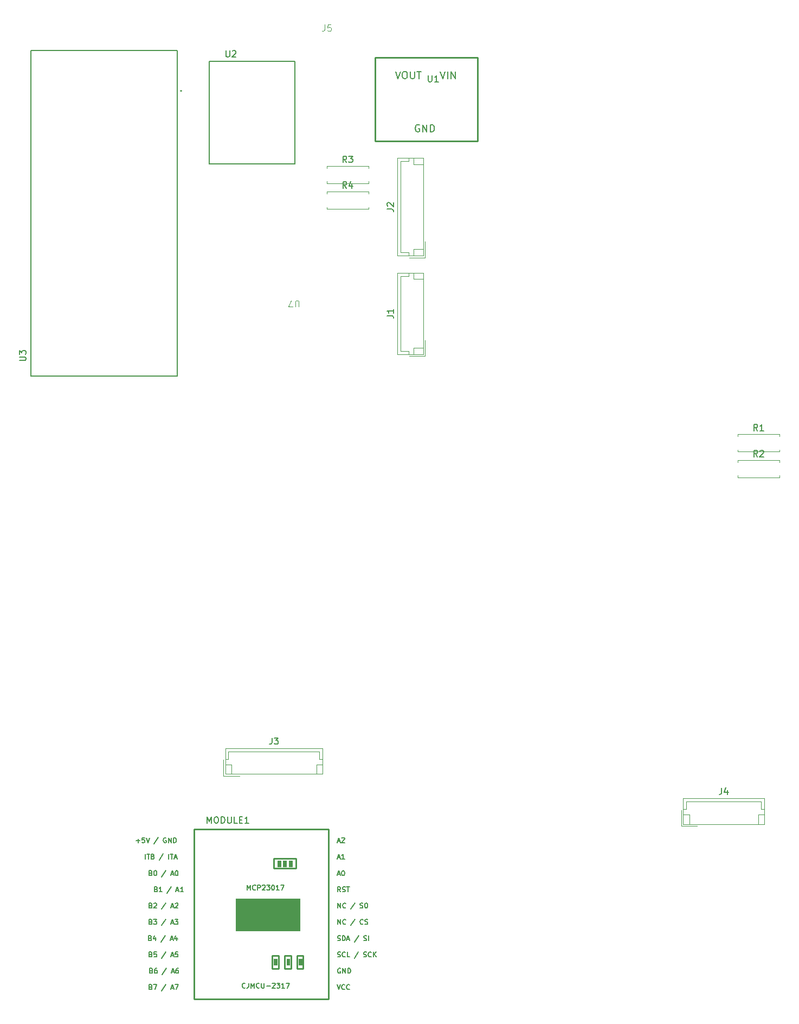
<source format=gbr>
%TF.GenerationSoftware,KiCad,Pcbnew,9.0.2*%
%TF.CreationDate,2025-06-23T18:10:37+02:00*%
%TF.ProjectId,trotten pcb,74726f74-7465-46e2-9070-63622e6b6963,rev?*%
%TF.SameCoordinates,Original*%
%TF.FileFunction,Legend,Top*%
%TF.FilePolarity,Positive*%
%FSLAX46Y46*%
G04 Gerber Fmt 4.6, Leading zero omitted, Abs format (unit mm)*
G04 Created by KiCad (PCBNEW 9.0.2) date 2025-06-23 18:10:37*
%MOMM*%
%LPD*%
G01*
G04 APERTURE LIST*
%ADD10C,0.100000*%
%ADD11C,0.150000*%
%ADD12C,0.190500*%
%ADD13C,0.203000*%
%ADD14C,0.120000*%
%ADD15C,0.254000*%
%ADD16C,0.127000*%
%ADD17C,0.200000*%
G04 APERTURE END LIST*
D10*
X124916666Y-27087419D02*
X124916666Y-27801704D01*
X124916666Y-27801704D02*
X124869047Y-27944561D01*
X124869047Y-27944561D02*
X124773809Y-28039800D01*
X124773809Y-28039800D02*
X124630952Y-28087419D01*
X124630952Y-28087419D02*
X124535714Y-28087419D01*
X125869047Y-27087419D02*
X125392857Y-27087419D01*
X125392857Y-27087419D02*
X125345238Y-27563609D01*
X125345238Y-27563609D02*
X125392857Y-27515990D01*
X125392857Y-27515990D02*
X125488095Y-27468371D01*
X125488095Y-27468371D02*
X125726190Y-27468371D01*
X125726190Y-27468371D02*
X125821428Y-27515990D01*
X125821428Y-27515990D02*
X125869047Y-27563609D01*
X125869047Y-27563609D02*
X125916666Y-27658847D01*
X125916666Y-27658847D02*
X125916666Y-27896942D01*
X125916666Y-27896942D02*
X125869047Y-27992180D01*
X125869047Y-27992180D02*
X125821428Y-28039800D01*
X125821428Y-28039800D02*
X125726190Y-28087419D01*
X125726190Y-28087419D02*
X125488095Y-28087419D01*
X125488095Y-28087419D02*
X125392857Y-28039800D01*
X125392857Y-28039800D02*
X125345238Y-27992180D01*
X120876578Y-71104441D02*
X120876578Y-70294918D01*
X120876578Y-70294918D02*
X120828959Y-70199680D01*
X120828959Y-70199680D02*
X120781340Y-70152061D01*
X120781340Y-70152061D02*
X120686102Y-70104441D01*
X120686102Y-70104441D02*
X120495626Y-70104441D01*
X120495626Y-70104441D02*
X120400388Y-70152061D01*
X120400388Y-70152061D02*
X120352769Y-70199680D01*
X120352769Y-70199680D02*
X120305150Y-70294918D01*
X120305150Y-70294918D02*
X120305150Y-71104441D01*
X119924197Y-71104441D02*
X119257531Y-71104441D01*
X119257531Y-71104441D02*
X119686102Y-70104441D01*
D11*
X128333333Y-52584819D02*
X128000000Y-52108628D01*
X127761905Y-52584819D02*
X127761905Y-51584819D01*
X127761905Y-51584819D02*
X128142857Y-51584819D01*
X128142857Y-51584819D02*
X128238095Y-51632438D01*
X128238095Y-51632438D02*
X128285714Y-51680057D01*
X128285714Y-51680057D02*
X128333333Y-51775295D01*
X128333333Y-51775295D02*
X128333333Y-51918152D01*
X128333333Y-51918152D02*
X128285714Y-52013390D01*
X128285714Y-52013390D02*
X128238095Y-52061009D01*
X128238095Y-52061009D02*
X128142857Y-52108628D01*
X128142857Y-52108628D02*
X127761905Y-52108628D01*
X129190476Y-51918152D02*
X129190476Y-52584819D01*
X128952381Y-51537200D02*
X128714286Y-52251485D01*
X128714286Y-52251485D02*
X129333333Y-52251485D01*
X128333333Y-48584819D02*
X128000000Y-48108628D01*
X127761905Y-48584819D02*
X127761905Y-47584819D01*
X127761905Y-47584819D02*
X128142857Y-47584819D01*
X128142857Y-47584819D02*
X128238095Y-47632438D01*
X128238095Y-47632438D02*
X128285714Y-47680057D01*
X128285714Y-47680057D02*
X128333333Y-47775295D01*
X128333333Y-47775295D02*
X128333333Y-47918152D01*
X128333333Y-47918152D02*
X128285714Y-48013390D01*
X128285714Y-48013390D02*
X128238095Y-48061009D01*
X128238095Y-48061009D02*
X128142857Y-48108628D01*
X128142857Y-48108628D02*
X127761905Y-48108628D01*
X128666667Y-47584819D02*
X129285714Y-47584819D01*
X129285714Y-47584819D02*
X128952381Y-47965771D01*
X128952381Y-47965771D02*
X129095238Y-47965771D01*
X129095238Y-47965771D02*
X129190476Y-48013390D01*
X129190476Y-48013390D02*
X129238095Y-48061009D01*
X129238095Y-48061009D02*
X129285714Y-48156247D01*
X129285714Y-48156247D02*
X129285714Y-48394342D01*
X129285714Y-48394342D02*
X129238095Y-48489580D01*
X129238095Y-48489580D02*
X129190476Y-48537200D01*
X129190476Y-48537200D02*
X129095238Y-48584819D01*
X129095238Y-48584819D02*
X128809524Y-48584819D01*
X128809524Y-48584819D02*
X128714286Y-48537200D01*
X128714286Y-48537200D02*
X128666667Y-48489580D01*
X192523333Y-94484819D02*
X192190000Y-94008628D01*
X191951905Y-94484819D02*
X191951905Y-93484819D01*
X191951905Y-93484819D02*
X192332857Y-93484819D01*
X192332857Y-93484819D02*
X192428095Y-93532438D01*
X192428095Y-93532438D02*
X192475714Y-93580057D01*
X192475714Y-93580057D02*
X192523333Y-93675295D01*
X192523333Y-93675295D02*
X192523333Y-93818152D01*
X192523333Y-93818152D02*
X192475714Y-93913390D01*
X192475714Y-93913390D02*
X192428095Y-93961009D01*
X192428095Y-93961009D02*
X192332857Y-94008628D01*
X192332857Y-94008628D02*
X191951905Y-94008628D01*
X192904286Y-93580057D02*
X192951905Y-93532438D01*
X192951905Y-93532438D02*
X193047143Y-93484819D01*
X193047143Y-93484819D02*
X193285238Y-93484819D01*
X193285238Y-93484819D02*
X193380476Y-93532438D01*
X193380476Y-93532438D02*
X193428095Y-93580057D01*
X193428095Y-93580057D02*
X193475714Y-93675295D01*
X193475714Y-93675295D02*
X193475714Y-93770533D01*
X193475714Y-93770533D02*
X193428095Y-93913390D01*
X193428095Y-93913390D02*
X192856667Y-94484819D01*
X192856667Y-94484819D02*
X193475714Y-94484819D01*
X192523333Y-90434819D02*
X192190000Y-89958628D01*
X191951905Y-90434819D02*
X191951905Y-89434819D01*
X191951905Y-89434819D02*
X192332857Y-89434819D01*
X192332857Y-89434819D02*
X192428095Y-89482438D01*
X192428095Y-89482438D02*
X192475714Y-89530057D01*
X192475714Y-89530057D02*
X192523333Y-89625295D01*
X192523333Y-89625295D02*
X192523333Y-89768152D01*
X192523333Y-89768152D02*
X192475714Y-89863390D01*
X192475714Y-89863390D02*
X192428095Y-89911009D01*
X192428095Y-89911009D02*
X192332857Y-89958628D01*
X192332857Y-89958628D02*
X191951905Y-89958628D01*
X193475714Y-90434819D02*
X192904286Y-90434819D01*
X193190000Y-90434819D02*
X193190000Y-89434819D01*
X193190000Y-89434819D02*
X193094762Y-89577676D01*
X193094762Y-89577676D02*
X192999524Y-89672914D01*
X192999524Y-89672914D02*
X192904286Y-89720533D01*
X116666666Y-138354819D02*
X116666666Y-139069104D01*
X116666666Y-139069104D02*
X116619047Y-139211961D01*
X116619047Y-139211961D02*
X116523809Y-139307200D01*
X116523809Y-139307200D02*
X116380952Y-139354819D01*
X116380952Y-139354819D02*
X116285714Y-139354819D01*
X117047619Y-138354819D02*
X117666666Y-138354819D01*
X117666666Y-138354819D02*
X117333333Y-138735771D01*
X117333333Y-138735771D02*
X117476190Y-138735771D01*
X117476190Y-138735771D02*
X117571428Y-138783390D01*
X117571428Y-138783390D02*
X117619047Y-138831009D01*
X117619047Y-138831009D02*
X117666666Y-138926247D01*
X117666666Y-138926247D02*
X117666666Y-139164342D01*
X117666666Y-139164342D02*
X117619047Y-139259580D01*
X117619047Y-139259580D02*
X117571428Y-139307200D01*
X117571428Y-139307200D02*
X117476190Y-139354819D01*
X117476190Y-139354819D02*
X117190476Y-139354819D01*
X117190476Y-139354819D02*
X117095238Y-139307200D01*
X117095238Y-139307200D02*
X117047619Y-139259580D01*
X106556779Y-151667819D02*
X106556779Y-150667819D01*
X106556779Y-150667819D02*
X106890112Y-151382104D01*
X106890112Y-151382104D02*
X107223445Y-150667819D01*
X107223445Y-150667819D02*
X107223445Y-151667819D01*
X107890112Y-150667819D02*
X108080588Y-150667819D01*
X108080588Y-150667819D02*
X108175826Y-150715438D01*
X108175826Y-150715438D02*
X108271064Y-150810676D01*
X108271064Y-150810676D02*
X108318683Y-151001152D01*
X108318683Y-151001152D02*
X108318683Y-151334485D01*
X108318683Y-151334485D02*
X108271064Y-151524961D01*
X108271064Y-151524961D02*
X108175826Y-151620200D01*
X108175826Y-151620200D02*
X108080588Y-151667819D01*
X108080588Y-151667819D02*
X107890112Y-151667819D01*
X107890112Y-151667819D02*
X107794874Y-151620200D01*
X107794874Y-151620200D02*
X107699636Y-151524961D01*
X107699636Y-151524961D02*
X107652017Y-151334485D01*
X107652017Y-151334485D02*
X107652017Y-151001152D01*
X107652017Y-151001152D02*
X107699636Y-150810676D01*
X107699636Y-150810676D02*
X107794874Y-150715438D01*
X107794874Y-150715438D02*
X107890112Y-150667819D01*
X108747255Y-151667819D02*
X108747255Y-150667819D01*
X108747255Y-150667819D02*
X108985350Y-150667819D01*
X108985350Y-150667819D02*
X109128207Y-150715438D01*
X109128207Y-150715438D02*
X109223445Y-150810676D01*
X109223445Y-150810676D02*
X109271064Y-150905914D01*
X109271064Y-150905914D02*
X109318683Y-151096390D01*
X109318683Y-151096390D02*
X109318683Y-151239247D01*
X109318683Y-151239247D02*
X109271064Y-151429723D01*
X109271064Y-151429723D02*
X109223445Y-151524961D01*
X109223445Y-151524961D02*
X109128207Y-151620200D01*
X109128207Y-151620200D02*
X108985350Y-151667819D01*
X108985350Y-151667819D02*
X108747255Y-151667819D01*
X109747255Y-150667819D02*
X109747255Y-151477342D01*
X109747255Y-151477342D02*
X109794874Y-151572580D01*
X109794874Y-151572580D02*
X109842493Y-151620200D01*
X109842493Y-151620200D02*
X109937731Y-151667819D01*
X109937731Y-151667819D02*
X110128207Y-151667819D01*
X110128207Y-151667819D02*
X110223445Y-151620200D01*
X110223445Y-151620200D02*
X110271064Y-151572580D01*
X110271064Y-151572580D02*
X110318683Y-151477342D01*
X110318683Y-151477342D02*
X110318683Y-150667819D01*
X111271064Y-151667819D02*
X110794874Y-151667819D01*
X110794874Y-151667819D02*
X110794874Y-150667819D01*
X111604398Y-151144009D02*
X111937731Y-151144009D01*
X112080588Y-151667819D02*
X111604398Y-151667819D01*
X111604398Y-151667819D02*
X111604398Y-150667819D01*
X111604398Y-150667819D02*
X112080588Y-150667819D01*
X113032969Y-151667819D02*
X112461541Y-151667819D01*
X112747255Y-151667819D02*
X112747255Y-150667819D01*
X112747255Y-150667819D02*
X112652017Y-150810676D01*
X112652017Y-150810676D02*
X112556779Y-150905914D01*
X112556779Y-150905914D02*
X112461541Y-150953533D01*
D12*
X97758756Y-159445466D02*
X97867613Y-159481752D01*
X97867613Y-159481752D02*
X97903899Y-159518038D01*
X97903899Y-159518038D02*
X97940185Y-159590609D01*
X97940185Y-159590609D02*
X97940185Y-159699466D01*
X97940185Y-159699466D02*
X97903899Y-159772038D01*
X97903899Y-159772038D02*
X97867613Y-159808324D01*
X97867613Y-159808324D02*
X97795042Y-159844609D01*
X97795042Y-159844609D02*
X97504756Y-159844609D01*
X97504756Y-159844609D02*
X97504756Y-159082609D01*
X97504756Y-159082609D02*
X97758756Y-159082609D01*
X97758756Y-159082609D02*
X97831328Y-159118895D01*
X97831328Y-159118895D02*
X97867613Y-159155181D01*
X97867613Y-159155181D02*
X97903899Y-159227752D01*
X97903899Y-159227752D02*
X97903899Y-159300324D01*
X97903899Y-159300324D02*
X97867613Y-159372895D01*
X97867613Y-159372895D02*
X97831328Y-159409181D01*
X97831328Y-159409181D02*
X97758756Y-159445466D01*
X97758756Y-159445466D02*
X97504756Y-159445466D01*
X98411899Y-159082609D02*
X98484470Y-159082609D01*
X98484470Y-159082609D02*
X98557042Y-159118895D01*
X98557042Y-159118895D02*
X98593328Y-159155181D01*
X98593328Y-159155181D02*
X98629613Y-159227752D01*
X98629613Y-159227752D02*
X98665899Y-159372895D01*
X98665899Y-159372895D02*
X98665899Y-159554324D01*
X98665899Y-159554324D02*
X98629613Y-159699466D01*
X98629613Y-159699466D02*
X98593328Y-159772038D01*
X98593328Y-159772038D02*
X98557042Y-159808324D01*
X98557042Y-159808324D02*
X98484470Y-159844609D01*
X98484470Y-159844609D02*
X98411899Y-159844609D01*
X98411899Y-159844609D02*
X98339328Y-159808324D01*
X98339328Y-159808324D02*
X98303042Y-159772038D01*
X98303042Y-159772038D02*
X98266756Y-159699466D01*
X98266756Y-159699466D02*
X98230470Y-159554324D01*
X98230470Y-159554324D02*
X98230470Y-159372895D01*
X98230470Y-159372895D02*
X98266756Y-159227752D01*
X98266756Y-159227752D02*
X98303042Y-159155181D01*
X98303042Y-159155181D02*
X98339328Y-159118895D01*
X98339328Y-159118895D02*
X98411899Y-159082609D01*
X100117327Y-159046324D02*
X99464184Y-160026038D01*
X100915612Y-159626895D02*
X101278470Y-159626895D01*
X100843041Y-159844609D02*
X101097041Y-159082609D01*
X101097041Y-159082609D02*
X101351041Y-159844609D01*
X101750184Y-159082609D02*
X101822755Y-159082609D01*
X101822755Y-159082609D02*
X101895327Y-159118895D01*
X101895327Y-159118895D02*
X101931613Y-159155181D01*
X101931613Y-159155181D02*
X101967898Y-159227752D01*
X101967898Y-159227752D02*
X102004184Y-159372895D01*
X102004184Y-159372895D02*
X102004184Y-159554324D01*
X102004184Y-159554324D02*
X101967898Y-159699466D01*
X101967898Y-159699466D02*
X101931613Y-159772038D01*
X101931613Y-159772038D02*
X101895327Y-159808324D01*
X101895327Y-159808324D02*
X101822755Y-159844609D01*
X101822755Y-159844609D02*
X101750184Y-159844609D01*
X101750184Y-159844609D02*
X101677613Y-159808324D01*
X101677613Y-159808324D02*
X101641327Y-159772038D01*
X101641327Y-159772038D02*
X101605041Y-159699466D01*
X101605041Y-159699466D02*
X101568755Y-159554324D01*
X101568755Y-159554324D02*
X101568755Y-159372895D01*
X101568755Y-159372895D02*
X101605041Y-159227752D01*
X101605041Y-159227752D02*
X101641327Y-159155181D01*
X101641327Y-159155181D02*
X101677613Y-159118895D01*
X101677613Y-159118895D02*
X101750184Y-159082609D01*
X96897756Y-157234609D02*
X96897756Y-156472609D01*
X97151756Y-156472609D02*
X97587185Y-156472609D01*
X97369470Y-157234609D02*
X97369470Y-156472609D01*
X98095184Y-156835466D02*
X98204041Y-156871752D01*
X98204041Y-156871752D02*
X98240327Y-156908038D01*
X98240327Y-156908038D02*
X98276613Y-156980609D01*
X98276613Y-156980609D02*
X98276613Y-157089466D01*
X98276613Y-157089466D02*
X98240327Y-157162038D01*
X98240327Y-157162038D02*
X98204041Y-157198324D01*
X98204041Y-157198324D02*
X98131470Y-157234609D01*
X98131470Y-157234609D02*
X97841184Y-157234609D01*
X97841184Y-157234609D02*
X97841184Y-156472609D01*
X97841184Y-156472609D02*
X98095184Y-156472609D01*
X98095184Y-156472609D02*
X98167756Y-156508895D01*
X98167756Y-156508895D02*
X98204041Y-156545181D01*
X98204041Y-156545181D02*
X98240327Y-156617752D01*
X98240327Y-156617752D02*
X98240327Y-156690324D01*
X98240327Y-156690324D02*
X98204041Y-156762895D01*
X98204041Y-156762895D02*
X98167756Y-156799181D01*
X98167756Y-156799181D02*
X98095184Y-156835466D01*
X98095184Y-156835466D02*
X97841184Y-156835466D01*
X99728041Y-156436324D02*
X99074898Y-157416038D01*
X100562612Y-157234609D02*
X100562612Y-156472609D01*
X100816612Y-156472609D02*
X101252041Y-156472609D01*
X101034326Y-157234609D02*
X101034326Y-156472609D01*
X101469754Y-157016895D02*
X101832612Y-157016895D01*
X101397183Y-157234609D02*
X101651183Y-156472609D01*
X101651183Y-156472609D02*
X101905183Y-157234609D01*
X126922470Y-172498324D02*
X127031328Y-172534609D01*
X127031328Y-172534609D02*
X127212756Y-172534609D01*
X127212756Y-172534609D02*
X127285328Y-172498324D01*
X127285328Y-172498324D02*
X127321613Y-172462038D01*
X127321613Y-172462038D02*
X127357899Y-172389466D01*
X127357899Y-172389466D02*
X127357899Y-172316895D01*
X127357899Y-172316895D02*
X127321613Y-172244324D01*
X127321613Y-172244324D02*
X127285328Y-172208038D01*
X127285328Y-172208038D02*
X127212756Y-172171752D01*
X127212756Y-172171752D02*
X127067613Y-172135466D01*
X127067613Y-172135466D02*
X126995042Y-172099181D01*
X126995042Y-172099181D02*
X126958756Y-172062895D01*
X126958756Y-172062895D02*
X126922470Y-171990324D01*
X126922470Y-171990324D02*
X126922470Y-171917752D01*
X126922470Y-171917752D02*
X126958756Y-171845181D01*
X126958756Y-171845181D02*
X126995042Y-171808895D01*
X126995042Y-171808895D02*
X127067613Y-171772609D01*
X127067613Y-171772609D02*
X127249042Y-171772609D01*
X127249042Y-171772609D02*
X127357899Y-171808895D01*
X128119899Y-172462038D02*
X128083613Y-172498324D01*
X128083613Y-172498324D02*
X127974756Y-172534609D01*
X127974756Y-172534609D02*
X127902184Y-172534609D01*
X127902184Y-172534609D02*
X127793327Y-172498324D01*
X127793327Y-172498324D02*
X127720756Y-172425752D01*
X127720756Y-172425752D02*
X127684470Y-172353181D01*
X127684470Y-172353181D02*
X127648184Y-172208038D01*
X127648184Y-172208038D02*
X127648184Y-172099181D01*
X127648184Y-172099181D02*
X127684470Y-171954038D01*
X127684470Y-171954038D02*
X127720756Y-171881466D01*
X127720756Y-171881466D02*
X127793327Y-171808895D01*
X127793327Y-171808895D02*
X127902184Y-171772609D01*
X127902184Y-171772609D02*
X127974756Y-171772609D01*
X127974756Y-171772609D02*
X128083613Y-171808895D01*
X128083613Y-171808895D02*
X128119899Y-171845181D01*
X128809327Y-172534609D02*
X128446470Y-172534609D01*
X128446470Y-172534609D02*
X128446470Y-171772609D01*
X130188184Y-171736324D02*
X129535041Y-172716038D01*
X130986469Y-172498324D02*
X131095327Y-172534609D01*
X131095327Y-172534609D02*
X131276755Y-172534609D01*
X131276755Y-172534609D02*
X131349327Y-172498324D01*
X131349327Y-172498324D02*
X131385612Y-172462038D01*
X131385612Y-172462038D02*
X131421898Y-172389466D01*
X131421898Y-172389466D02*
X131421898Y-172316895D01*
X131421898Y-172316895D02*
X131385612Y-172244324D01*
X131385612Y-172244324D02*
X131349327Y-172208038D01*
X131349327Y-172208038D02*
X131276755Y-172171752D01*
X131276755Y-172171752D02*
X131131612Y-172135466D01*
X131131612Y-172135466D02*
X131059041Y-172099181D01*
X131059041Y-172099181D02*
X131022755Y-172062895D01*
X131022755Y-172062895D02*
X130986469Y-171990324D01*
X130986469Y-171990324D02*
X130986469Y-171917752D01*
X130986469Y-171917752D02*
X131022755Y-171845181D01*
X131022755Y-171845181D02*
X131059041Y-171808895D01*
X131059041Y-171808895D02*
X131131612Y-171772609D01*
X131131612Y-171772609D02*
X131313041Y-171772609D01*
X131313041Y-171772609D02*
X131421898Y-171808895D01*
X132183898Y-172462038D02*
X132147612Y-172498324D01*
X132147612Y-172498324D02*
X132038755Y-172534609D01*
X132038755Y-172534609D02*
X131966183Y-172534609D01*
X131966183Y-172534609D02*
X131857326Y-172498324D01*
X131857326Y-172498324D02*
X131784755Y-172425752D01*
X131784755Y-172425752D02*
X131748469Y-172353181D01*
X131748469Y-172353181D02*
X131712183Y-172208038D01*
X131712183Y-172208038D02*
X131712183Y-172099181D01*
X131712183Y-172099181D02*
X131748469Y-171954038D01*
X131748469Y-171954038D02*
X131784755Y-171881466D01*
X131784755Y-171881466D02*
X131857326Y-171808895D01*
X131857326Y-171808895D02*
X131966183Y-171772609D01*
X131966183Y-171772609D02*
X132038755Y-171772609D01*
X132038755Y-171772609D02*
X132147612Y-171808895D01*
X132147612Y-171808895D02*
X132183898Y-171845181D01*
X132510469Y-172534609D02*
X132510469Y-171772609D01*
X132945898Y-172534609D02*
X132619326Y-172099181D01*
X132945898Y-171772609D02*
X132510469Y-172208038D01*
X97760756Y-164505466D02*
X97869613Y-164541752D01*
X97869613Y-164541752D02*
X97905899Y-164578038D01*
X97905899Y-164578038D02*
X97942185Y-164650609D01*
X97942185Y-164650609D02*
X97942185Y-164759466D01*
X97942185Y-164759466D02*
X97905899Y-164832038D01*
X97905899Y-164832038D02*
X97869613Y-164868324D01*
X97869613Y-164868324D02*
X97797042Y-164904609D01*
X97797042Y-164904609D02*
X97506756Y-164904609D01*
X97506756Y-164904609D02*
X97506756Y-164142609D01*
X97506756Y-164142609D02*
X97760756Y-164142609D01*
X97760756Y-164142609D02*
X97833328Y-164178895D01*
X97833328Y-164178895D02*
X97869613Y-164215181D01*
X97869613Y-164215181D02*
X97905899Y-164287752D01*
X97905899Y-164287752D02*
X97905899Y-164360324D01*
X97905899Y-164360324D02*
X97869613Y-164432895D01*
X97869613Y-164432895D02*
X97833328Y-164469181D01*
X97833328Y-164469181D02*
X97760756Y-164505466D01*
X97760756Y-164505466D02*
X97506756Y-164505466D01*
X98232470Y-164215181D02*
X98268756Y-164178895D01*
X98268756Y-164178895D02*
X98341328Y-164142609D01*
X98341328Y-164142609D02*
X98522756Y-164142609D01*
X98522756Y-164142609D02*
X98595328Y-164178895D01*
X98595328Y-164178895D02*
X98631613Y-164215181D01*
X98631613Y-164215181D02*
X98667899Y-164287752D01*
X98667899Y-164287752D02*
X98667899Y-164360324D01*
X98667899Y-164360324D02*
X98631613Y-164469181D01*
X98631613Y-164469181D02*
X98196185Y-164904609D01*
X98196185Y-164904609D02*
X98667899Y-164904609D01*
X100119327Y-164106324D02*
X99466184Y-165086038D01*
X100917612Y-164686895D02*
X101280470Y-164686895D01*
X100845041Y-164904609D02*
X101099041Y-164142609D01*
X101099041Y-164142609D02*
X101353041Y-164904609D01*
X101570755Y-164215181D02*
X101607041Y-164178895D01*
X101607041Y-164178895D02*
X101679613Y-164142609D01*
X101679613Y-164142609D02*
X101861041Y-164142609D01*
X101861041Y-164142609D02*
X101933613Y-164178895D01*
X101933613Y-164178895D02*
X101969898Y-164215181D01*
X101969898Y-164215181D02*
X102006184Y-164287752D01*
X102006184Y-164287752D02*
X102006184Y-164360324D01*
X102006184Y-164360324D02*
X101969898Y-164469181D01*
X101969898Y-164469181D02*
X101534470Y-164904609D01*
X101534470Y-164904609D02*
X102006184Y-164904609D01*
X97760756Y-172145466D02*
X97869613Y-172181752D01*
X97869613Y-172181752D02*
X97905899Y-172218038D01*
X97905899Y-172218038D02*
X97942185Y-172290609D01*
X97942185Y-172290609D02*
X97942185Y-172399466D01*
X97942185Y-172399466D02*
X97905899Y-172472038D01*
X97905899Y-172472038D02*
X97869613Y-172508324D01*
X97869613Y-172508324D02*
X97797042Y-172544609D01*
X97797042Y-172544609D02*
X97506756Y-172544609D01*
X97506756Y-172544609D02*
X97506756Y-171782609D01*
X97506756Y-171782609D02*
X97760756Y-171782609D01*
X97760756Y-171782609D02*
X97833328Y-171818895D01*
X97833328Y-171818895D02*
X97869613Y-171855181D01*
X97869613Y-171855181D02*
X97905899Y-171927752D01*
X97905899Y-171927752D02*
X97905899Y-172000324D01*
X97905899Y-172000324D02*
X97869613Y-172072895D01*
X97869613Y-172072895D02*
X97833328Y-172109181D01*
X97833328Y-172109181D02*
X97760756Y-172145466D01*
X97760756Y-172145466D02*
X97506756Y-172145466D01*
X98631613Y-171782609D02*
X98268756Y-171782609D01*
X98268756Y-171782609D02*
X98232470Y-172145466D01*
X98232470Y-172145466D02*
X98268756Y-172109181D01*
X98268756Y-172109181D02*
X98341328Y-172072895D01*
X98341328Y-172072895D02*
X98522756Y-172072895D01*
X98522756Y-172072895D02*
X98595328Y-172109181D01*
X98595328Y-172109181D02*
X98631613Y-172145466D01*
X98631613Y-172145466D02*
X98667899Y-172218038D01*
X98667899Y-172218038D02*
X98667899Y-172399466D01*
X98667899Y-172399466D02*
X98631613Y-172472038D01*
X98631613Y-172472038D02*
X98595328Y-172508324D01*
X98595328Y-172508324D02*
X98522756Y-172544609D01*
X98522756Y-172544609D02*
X98341328Y-172544609D01*
X98341328Y-172544609D02*
X98268756Y-172508324D01*
X98268756Y-172508324D02*
X98232470Y-172472038D01*
X100119327Y-171746324D02*
X99466184Y-172726038D01*
X100917612Y-172326895D02*
X101280470Y-172326895D01*
X100845041Y-172544609D02*
X101099041Y-171782609D01*
X101099041Y-171782609D02*
X101353041Y-172544609D01*
X101969898Y-171782609D02*
X101607041Y-171782609D01*
X101607041Y-171782609D02*
X101570755Y-172145466D01*
X101570755Y-172145466D02*
X101607041Y-172109181D01*
X101607041Y-172109181D02*
X101679613Y-172072895D01*
X101679613Y-172072895D02*
X101861041Y-172072895D01*
X101861041Y-172072895D02*
X101933613Y-172109181D01*
X101933613Y-172109181D02*
X101969898Y-172145466D01*
X101969898Y-172145466D02*
X102006184Y-172218038D01*
X102006184Y-172218038D02*
X102006184Y-172399466D01*
X102006184Y-172399466D02*
X101969898Y-172472038D01*
X101969898Y-172472038D02*
X101933613Y-172508324D01*
X101933613Y-172508324D02*
X101861041Y-172544609D01*
X101861041Y-172544609D02*
X101679613Y-172544609D01*
X101679613Y-172544609D02*
X101607041Y-172508324D01*
X101607041Y-172508324D02*
X101570755Y-172472038D01*
X127355899Y-174348895D02*
X127283328Y-174312609D01*
X127283328Y-174312609D02*
X127174470Y-174312609D01*
X127174470Y-174312609D02*
X127065613Y-174348895D01*
X127065613Y-174348895D02*
X126993042Y-174421466D01*
X126993042Y-174421466D02*
X126956756Y-174494038D01*
X126956756Y-174494038D02*
X126920470Y-174639181D01*
X126920470Y-174639181D02*
X126920470Y-174748038D01*
X126920470Y-174748038D02*
X126956756Y-174893181D01*
X126956756Y-174893181D02*
X126993042Y-174965752D01*
X126993042Y-174965752D02*
X127065613Y-175038324D01*
X127065613Y-175038324D02*
X127174470Y-175074609D01*
X127174470Y-175074609D02*
X127247042Y-175074609D01*
X127247042Y-175074609D02*
X127355899Y-175038324D01*
X127355899Y-175038324D02*
X127392185Y-175002038D01*
X127392185Y-175002038D02*
X127392185Y-174748038D01*
X127392185Y-174748038D02*
X127247042Y-174748038D01*
X127718756Y-175074609D02*
X127718756Y-174312609D01*
X127718756Y-174312609D02*
X128154185Y-175074609D01*
X128154185Y-175074609D02*
X128154185Y-174312609D01*
X128517042Y-175074609D02*
X128517042Y-174312609D01*
X128517042Y-174312609D02*
X128698471Y-174312609D01*
X128698471Y-174312609D02*
X128807328Y-174348895D01*
X128807328Y-174348895D02*
X128879899Y-174421466D01*
X128879899Y-174421466D02*
X128916185Y-174494038D01*
X128916185Y-174494038D02*
X128952471Y-174639181D01*
X128952471Y-174639181D02*
X128952471Y-174748038D01*
X128952471Y-174748038D02*
X128916185Y-174893181D01*
X128916185Y-174893181D02*
X128879899Y-174965752D01*
X128879899Y-174965752D02*
X128807328Y-175038324D01*
X128807328Y-175038324D02*
X128698471Y-175074609D01*
X128698471Y-175074609D02*
X128517042Y-175074609D01*
X126920470Y-159616895D02*
X127283328Y-159616895D01*
X126847899Y-159834609D02*
X127101899Y-159072609D01*
X127101899Y-159072609D02*
X127355899Y-159834609D01*
X127755042Y-159072609D02*
X127827613Y-159072609D01*
X127827613Y-159072609D02*
X127900185Y-159108895D01*
X127900185Y-159108895D02*
X127936471Y-159145181D01*
X127936471Y-159145181D02*
X127972756Y-159217752D01*
X127972756Y-159217752D02*
X128009042Y-159362895D01*
X128009042Y-159362895D02*
X128009042Y-159544324D01*
X128009042Y-159544324D02*
X127972756Y-159689466D01*
X127972756Y-159689466D02*
X127936471Y-159762038D01*
X127936471Y-159762038D02*
X127900185Y-159798324D01*
X127900185Y-159798324D02*
X127827613Y-159834609D01*
X127827613Y-159834609D02*
X127755042Y-159834609D01*
X127755042Y-159834609D02*
X127682471Y-159798324D01*
X127682471Y-159798324D02*
X127646185Y-159762038D01*
X127646185Y-159762038D02*
X127609899Y-159689466D01*
X127609899Y-159689466D02*
X127573613Y-159544324D01*
X127573613Y-159544324D02*
X127573613Y-159362895D01*
X127573613Y-159362895D02*
X127609899Y-159217752D01*
X127609899Y-159217752D02*
X127646185Y-159145181D01*
X127646185Y-159145181D02*
X127682471Y-159108895D01*
X127682471Y-159108895D02*
X127755042Y-159072609D01*
X126920470Y-169958324D02*
X127029328Y-169994609D01*
X127029328Y-169994609D02*
X127210756Y-169994609D01*
X127210756Y-169994609D02*
X127283328Y-169958324D01*
X127283328Y-169958324D02*
X127319613Y-169922038D01*
X127319613Y-169922038D02*
X127355899Y-169849466D01*
X127355899Y-169849466D02*
X127355899Y-169776895D01*
X127355899Y-169776895D02*
X127319613Y-169704324D01*
X127319613Y-169704324D02*
X127283328Y-169668038D01*
X127283328Y-169668038D02*
X127210756Y-169631752D01*
X127210756Y-169631752D02*
X127065613Y-169595466D01*
X127065613Y-169595466D02*
X126993042Y-169559181D01*
X126993042Y-169559181D02*
X126956756Y-169522895D01*
X126956756Y-169522895D02*
X126920470Y-169450324D01*
X126920470Y-169450324D02*
X126920470Y-169377752D01*
X126920470Y-169377752D02*
X126956756Y-169305181D01*
X126956756Y-169305181D02*
X126993042Y-169268895D01*
X126993042Y-169268895D02*
X127065613Y-169232609D01*
X127065613Y-169232609D02*
X127247042Y-169232609D01*
X127247042Y-169232609D02*
X127355899Y-169268895D01*
X127682470Y-169994609D02*
X127682470Y-169232609D01*
X127682470Y-169232609D02*
X127863899Y-169232609D01*
X127863899Y-169232609D02*
X127972756Y-169268895D01*
X127972756Y-169268895D02*
X128045327Y-169341466D01*
X128045327Y-169341466D02*
X128081613Y-169414038D01*
X128081613Y-169414038D02*
X128117899Y-169559181D01*
X128117899Y-169559181D02*
X128117899Y-169668038D01*
X128117899Y-169668038D02*
X128081613Y-169813181D01*
X128081613Y-169813181D02*
X128045327Y-169885752D01*
X128045327Y-169885752D02*
X127972756Y-169958324D01*
X127972756Y-169958324D02*
X127863899Y-169994609D01*
X127863899Y-169994609D02*
X127682470Y-169994609D01*
X128408184Y-169776895D02*
X128771042Y-169776895D01*
X128335613Y-169994609D02*
X128589613Y-169232609D01*
X128589613Y-169232609D02*
X128843613Y-169994609D01*
X130222470Y-169196324D02*
X129569327Y-170176038D01*
X131020755Y-169958324D02*
X131129613Y-169994609D01*
X131129613Y-169994609D02*
X131311041Y-169994609D01*
X131311041Y-169994609D02*
X131383613Y-169958324D01*
X131383613Y-169958324D02*
X131419898Y-169922038D01*
X131419898Y-169922038D02*
X131456184Y-169849466D01*
X131456184Y-169849466D02*
X131456184Y-169776895D01*
X131456184Y-169776895D02*
X131419898Y-169704324D01*
X131419898Y-169704324D02*
X131383613Y-169668038D01*
X131383613Y-169668038D02*
X131311041Y-169631752D01*
X131311041Y-169631752D02*
X131165898Y-169595466D01*
X131165898Y-169595466D02*
X131093327Y-169559181D01*
X131093327Y-169559181D02*
X131057041Y-169522895D01*
X131057041Y-169522895D02*
X131020755Y-169450324D01*
X131020755Y-169450324D02*
X131020755Y-169377752D01*
X131020755Y-169377752D02*
X131057041Y-169305181D01*
X131057041Y-169305181D02*
X131093327Y-169268895D01*
X131093327Y-169268895D02*
X131165898Y-169232609D01*
X131165898Y-169232609D02*
X131347327Y-169232609D01*
X131347327Y-169232609D02*
X131456184Y-169268895D01*
X131782755Y-169994609D02*
X131782755Y-169232609D01*
X126920470Y-154466895D02*
X127283328Y-154466895D01*
X126847899Y-154684609D02*
X127101899Y-153922609D01*
X127101899Y-153922609D02*
X127355899Y-154684609D01*
X127573613Y-153995181D02*
X127609899Y-153958895D01*
X127609899Y-153958895D02*
X127682471Y-153922609D01*
X127682471Y-153922609D02*
X127863899Y-153922609D01*
X127863899Y-153922609D02*
X127936471Y-153958895D01*
X127936471Y-153958895D02*
X127972756Y-153995181D01*
X127972756Y-153995181D02*
X128009042Y-154067752D01*
X128009042Y-154067752D02*
X128009042Y-154140324D01*
X128009042Y-154140324D02*
X127972756Y-154249181D01*
X127972756Y-154249181D02*
X127537328Y-154684609D01*
X127537328Y-154684609D02*
X128009042Y-154684609D01*
X126849899Y-176852609D02*
X127103899Y-177614609D01*
X127103899Y-177614609D02*
X127357899Y-176852609D01*
X128047328Y-177542038D02*
X128011042Y-177578324D01*
X128011042Y-177578324D02*
X127902185Y-177614609D01*
X127902185Y-177614609D02*
X127829613Y-177614609D01*
X127829613Y-177614609D02*
X127720756Y-177578324D01*
X127720756Y-177578324D02*
X127648185Y-177505752D01*
X127648185Y-177505752D02*
X127611899Y-177433181D01*
X127611899Y-177433181D02*
X127575613Y-177288038D01*
X127575613Y-177288038D02*
X127575613Y-177179181D01*
X127575613Y-177179181D02*
X127611899Y-177034038D01*
X127611899Y-177034038D02*
X127648185Y-176961466D01*
X127648185Y-176961466D02*
X127720756Y-176888895D01*
X127720756Y-176888895D02*
X127829613Y-176852609D01*
X127829613Y-176852609D02*
X127902185Y-176852609D01*
X127902185Y-176852609D02*
X128011042Y-176888895D01*
X128011042Y-176888895D02*
X128047328Y-176925181D01*
X128809328Y-177542038D02*
X128773042Y-177578324D01*
X128773042Y-177578324D02*
X128664185Y-177614609D01*
X128664185Y-177614609D02*
X128591613Y-177614609D01*
X128591613Y-177614609D02*
X128482756Y-177578324D01*
X128482756Y-177578324D02*
X128410185Y-177505752D01*
X128410185Y-177505752D02*
X128373899Y-177433181D01*
X128373899Y-177433181D02*
X128337613Y-177288038D01*
X128337613Y-177288038D02*
X128337613Y-177179181D01*
X128337613Y-177179181D02*
X128373899Y-177034038D01*
X128373899Y-177034038D02*
X128410185Y-176961466D01*
X128410185Y-176961466D02*
X128482756Y-176888895D01*
X128482756Y-176888895D02*
X128591613Y-176852609D01*
X128591613Y-176852609D02*
X128664185Y-176852609D01*
X128664185Y-176852609D02*
X128773042Y-176888895D01*
X128773042Y-176888895D02*
X128809328Y-176925181D01*
X127394185Y-162374609D02*
X127140185Y-162011752D01*
X126958756Y-162374609D02*
X126958756Y-161612609D01*
X126958756Y-161612609D02*
X127249042Y-161612609D01*
X127249042Y-161612609D02*
X127321613Y-161648895D01*
X127321613Y-161648895D02*
X127357899Y-161685181D01*
X127357899Y-161685181D02*
X127394185Y-161757752D01*
X127394185Y-161757752D02*
X127394185Y-161866609D01*
X127394185Y-161866609D02*
X127357899Y-161939181D01*
X127357899Y-161939181D02*
X127321613Y-161975466D01*
X127321613Y-161975466D02*
X127249042Y-162011752D01*
X127249042Y-162011752D02*
X126958756Y-162011752D01*
X127684470Y-162338324D02*
X127793328Y-162374609D01*
X127793328Y-162374609D02*
X127974756Y-162374609D01*
X127974756Y-162374609D02*
X128047328Y-162338324D01*
X128047328Y-162338324D02*
X128083613Y-162302038D01*
X128083613Y-162302038D02*
X128119899Y-162229466D01*
X128119899Y-162229466D02*
X128119899Y-162156895D01*
X128119899Y-162156895D02*
X128083613Y-162084324D01*
X128083613Y-162084324D02*
X128047328Y-162048038D01*
X128047328Y-162048038D02*
X127974756Y-162011752D01*
X127974756Y-162011752D02*
X127829613Y-161975466D01*
X127829613Y-161975466D02*
X127757042Y-161939181D01*
X127757042Y-161939181D02*
X127720756Y-161902895D01*
X127720756Y-161902895D02*
X127684470Y-161830324D01*
X127684470Y-161830324D02*
X127684470Y-161757752D01*
X127684470Y-161757752D02*
X127720756Y-161685181D01*
X127720756Y-161685181D02*
X127757042Y-161648895D01*
X127757042Y-161648895D02*
X127829613Y-161612609D01*
X127829613Y-161612609D02*
X128011042Y-161612609D01*
X128011042Y-161612609D02*
X128119899Y-161648895D01*
X128337613Y-161612609D02*
X128773042Y-161612609D01*
X128555327Y-162374609D02*
X128555327Y-161612609D01*
X126922470Y-157006895D02*
X127285328Y-157006895D01*
X126849899Y-157224609D02*
X127103899Y-156462609D01*
X127103899Y-156462609D02*
X127357899Y-157224609D01*
X128011042Y-157224609D02*
X127575613Y-157224609D01*
X127793328Y-157224609D02*
X127793328Y-156462609D01*
X127793328Y-156462609D02*
X127720756Y-156571466D01*
X127720756Y-156571466D02*
X127648185Y-156644038D01*
X127648185Y-156644038D02*
X127575613Y-156680324D01*
X97852756Y-174685466D02*
X97961613Y-174721752D01*
X97961613Y-174721752D02*
X97997899Y-174758038D01*
X97997899Y-174758038D02*
X98034185Y-174830609D01*
X98034185Y-174830609D02*
X98034185Y-174939466D01*
X98034185Y-174939466D02*
X97997899Y-175012038D01*
X97997899Y-175012038D02*
X97961613Y-175048324D01*
X97961613Y-175048324D02*
X97889042Y-175084609D01*
X97889042Y-175084609D02*
X97598756Y-175084609D01*
X97598756Y-175084609D02*
X97598756Y-174322609D01*
X97598756Y-174322609D02*
X97852756Y-174322609D01*
X97852756Y-174322609D02*
X97925328Y-174358895D01*
X97925328Y-174358895D02*
X97961613Y-174395181D01*
X97961613Y-174395181D02*
X97997899Y-174467752D01*
X97997899Y-174467752D02*
X97997899Y-174540324D01*
X97997899Y-174540324D02*
X97961613Y-174612895D01*
X97961613Y-174612895D02*
X97925328Y-174649181D01*
X97925328Y-174649181D02*
X97852756Y-174685466D01*
X97852756Y-174685466D02*
X97598756Y-174685466D01*
X98687328Y-174322609D02*
X98542185Y-174322609D01*
X98542185Y-174322609D02*
X98469613Y-174358895D01*
X98469613Y-174358895D02*
X98433328Y-174395181D01*
X98433328Y-174395181D02*
X98360756Y-174504038D01*
X98360756Y-174504038D02*
X98324470Y-174649181D01*
X98324470Y-174649181D02*
X98324470Y-174939466D01*
X98324470Y-174939466D02*
X98360756Y-175012038D01*
X98360756Y-175012038D02*
X98397042Y-175048324D01*
X98397042Y-175048324D02*
X98469613Y-175084609D01*
X98469613Y-175084609D02*
X98614756Y-175084609D01*
X98614756Y-175084609D02*
X98687328Y-175048324D01*
X98687328Y-175048324D02*
X98723613Y-175012038D01*
X98723613Y-175012038D02*
X98759899Y-174939466D01*
X98759899Y-174939466D02*
X98759899Y-174758038D01*
X98759899Y-174758038D02*
X98723613Y-174685466D01*
X98723613Y-174685466D02*
X98687328Y-174649181D01*
X98687328Y-174649181D02*
X98614756Y-174612895D01*
X98614756Y-174612895D02*
X98469613Y-174612895D01*
X98469613Y-174612895D02*
X98397042Y-174649181D01*
X98397042Y-174649181D02*
X98360756Y-174685466D01*
X98360756Y-174685466D02*
X98324470Y-174758038D01*
X100211327Y-174286324D02*
X99558184Y-175266038D01*
X101009612Y-174866895D02*
X101372470Y-174866895D01*
X100937041Y-175084609D02*
X101191041Y-174322609D01*
X101191041Y-174322609D02*
X101445041Y-175084609D01*
X102025613Y-174322609D02*
X101880470Y-174322609D01*
X101880470Y-174322609D02*
X101807898Y-174358895D01*
X101807898Y-174358895D02*
X101771613Y-174395181D01*
X101771613Y-174395181D02*
X101699041Y-174504038D01*
X101699041Y-174504038D02*
X101662755Y-174649181D01*
X101662755Y-174649181D02*
X101662755Y-174939466D01*
X101662755Y-174939466D02*
X101699041Y-175012038D01*
X101699041Y-175012038D02*
X101735327Y-175048324D01*
X101735327Y-175048324D02*
X101807898Y-175084609D01*
X101807898Y-175084609D02*
X101953041Y-175084609D01*
X101953041Y-175084609D02*
X102025613Y-175048324D01*
X102025613Y-175048324D02*
X102061898Y-175012038D01*
X102061898Y-175012038D02*
X102098184Y-174939466D01*
X102098184Y-174939466D02*
X102098184Y-174758038D01*
X102098184Y-174758038D02*
X102061898Y-174685466D01*
X102061898Y-174685466D02*
X102025613Y-174649181D01*
X102025613Y-174649181D02*
X101953041Y-174612895D01*
X101953041Y-174612895D02*
X101807898Y-174612895D01*
X101807898Y-174612895D02*
X101735327Y-174649181D01*
X101735327Y-174649181D02*
X101699041Y-174685466D01*
X101699041Y-174685466D02*
X101662755Y-174758038D01*
X97666756Y-169605466D02*
X97775613Y-169641752D01*
X97775613Y-169641752D02*
X97811899Y-169678038D01*
X97811899Y-169678038D02*
X97848185Y-169750609D01*
X97848185Y-169750609D02*
X97848185Y-169859466D01*
X97848185Y-169859466D02*
X97811899Y-169932038D01*
X97811899Y-169932038D02*
X97775613Y-169968324D01*
X97775613Y-169968324D02*
X97703042Y-170004609D01*
X97703042Y-170004609D02*
X97412756Y-170004609D01*
X97412756Y-170004609D02*
X97412756Y-169242609D01*
X97412756Y-169242609D02*
X97666756Y-169242609D01*
X97666756Y-169242609D02*
X97739328Y-169278895D01*
X97739328Y-169278895D02*
X97775613Y-169315181D01*
X97775613Y-169315181D02*
X97811899Y-169387752D01*
X97811899Y-169387752D02*
X97811899Y-169460324D01*
X97811899Y-169460324D02*
X97775613Y-169532895D01*
X97775613Y-169532895D02*
X97739328Y-169569181D01*
X97739328Y-169569181D02*
X97666756Y-169605466D01*
X97666756Y-169605466D02*
X97412756Y-169605466D01*
X98501328Y-169496609D02*
X98501328Y-170004609D01*
X98319899Y-169206324D02*
X98138470Y-169750609D01*
X98138470Y-169750609D02*
X98610185Y-169750609D01*
X100025327Y-169206324D02*
X99372184Y-170186038D01*
X100823612Y-169786895D02*
X101186470Y-169786895D01*
X100751041Y-170004609D02*
X101005041Y-169242609D01*
X101005041Y-169242609D02*
X101259041Y-170004609D01*
X101839613Y-169496609D02*
X101839613Y-170004609D01*
X101658184Y-169206324D02*
X101476755Y-169750609D01*
X101476755Y-169750609D02*
X101948470Y-169750609D01*
X95463756Y-154404324D02*
X96044328Y-154404324D01*
X95754042Y-154694609D02*
X95754042Y-154114038D01*
X96770042Y-153932609D02*
X96407185Y-153932609D01*
X96407185Y-153932609D02*
X96370899Y-154295466D01*
X96370899Y-154295466D02*
X96407185Y-154259181D01*
X96407185Y-154259181D02*
X96479757Y-154222895D01*
X96479757Y-154222895D02*
X96661185Y-154222895D01*
X96661185Y-154222895D02*
X96733757Y-154259181D01*
X96733757Y-154259181D02*
X96770042Y-154295466D01*
X96770042Y-154295466D02*
X96806328Y-154368038D01*
X96806328Y-154368038D02*
X96806328Y-154549466D01*
X96806328Y-154549466D02*
X96770042Y-154622038D01*
X96770042Y-154622038D02*
X96733757Y-154658324D01*
X96733757Y-154658324D02*
X96661185Y-154694609D01*
X96661185Y-154694609D02*
X96479757Y-154694609D01*
X96479757Y-154694609D02*
X96407185Y-154658324D01*
X96407185Y-154658324D02*
X96370899Y-154622038D01*
X97024042Y-153932609D02*
X97278042Y-154694609D01*
X97278042Y-154694609D02*
X97532042Y-153932609D01*
X98910899Y-153896324D02*
X98257756Y-154876038D01*
X100144613Y-153968895D02*
X100072042Y-153932609D01*
X100072042Y-153932609D02*
X99963184Y-153932609D01*
X99963184Y-153932609D02*
X99854327Y-153968895D01*
X99854327Y-153968895D02*
X99781756Y-154041466D01*
X99781756Y-154041466D02*
X99745470Y-154114038D01*
X99745470Y-154114038D02*
X99709184Y-154259181D01*
X99709184Y-154259181D02*
X99709184Y-154368038D01*
X99709184Y-154368038D02*
X99745470Y-154513181D01*
X99745470Y-154513181D02*
X99781756Y-154585752D01*
X99781756Y-154585752D02*
X99854327Y-154658324D01*
X99854327Y-154658324D02*
X99963184Y-154694609D01*
X99963184Y-154694609D02*
X100035756Y-154694609D01*
X100035756Y-154694609D02*
X100144613Y-154658324D01*
X100144613Y-154658324D02*
X100180899Y-154622038D01*
X100180899Y-154622038D02*
X100180899Y-154368038D01*
X100180899Y-154368038D02*
X100035756Y-154368038D01*
X100507470Y-154694609D02*
X100507470Y-153932609D01*
X100507470Y-153932609D02*
X100942899Y-154694609D01*
X100942899Y-154694609D02*
X100942899Y-153932609D01*
X101305756Y-154694609D02*
X101305756Y-153932609D01*
X101305756Y-153932609D02*
X101487185Y-153932609D01*
X101487185Y-153932609D02*
X101596042Y-153968895D01*
X101596042Y-153968895D02*
X101668613Y-154041466D01*
X101668613Y-154041466D02*
X101704899Y-154114038D01*
X101704899Y-154114038D02*
X101741185Y-154259181D01*
X101741185Y-154259181D02*
X101741185Y-154368038D01*
X101741185Y-154368038D02*
X101704899Y-154513181D01*
X101704899Y-154513181D02*
X101668613Y-154585752D01*
X101668613Y-154585752D02*
X101596042Y-154658324D01*
X101596042Y-154658324D02*
X101487185Y-154694609D01*
X101487185Y-154694609D02*
X101305756Y-154694609D01*
X97760756Y-177225466D02*
X97869613Y-177261752D01*
X97869613Y-177261752D02*
X97905899Y-177298038D01*
X97905899Y-177298038D02*
X97942185Y-177370609D01*
X97942185Y-177370609D02*
X97942185Y-177479466D01*
X97942185Y-177479466D02*
X97905899Y-177552038D01*
X97905899Y-177552038D02*
X97869613Y-177588324D01*
X97869613Y-177588324D02*
X97797042Y-177624609D01*
X97797042Y-177624609D02*
X97506756Y-177624609D01*
X97506756Y-177624609D02*
X97506756Y-176862609D01*
X97506756Y-176862609D02*
X97760756Y-176862609D01*
X97760756Y-176862609D02*
X97833328Y-176898895D01*
X97833328Y-176898895D02*
X97869613Y-176935181D01*
X97869613Y-176935181D02*
X97905899Y-177007752D01*
X97905899Y-177007752D02*
X97905899Y-177080324D01*
X97905899Y-177080324D02*
X97869613Y-177152895D01*
X97869613Y-177152895D02*
X97833328Y-177189181D01*
X97833328Y-177189181D02*
X97760756Y-177225466D01*
X97760756Y-177225466D02*
X97506756Y-177225466D01*
X98196185Y-176862609D02*
X98704185Y-176862609D01*
X98704185Y-176862609D02*
X98377613Y-177624609D01*
X100119327Y-176826324D02*
X99466184Y-177806038D01*
X100917612Y-177406895D02*
X101280470Y-177406895D01*
X100845041Y-177624609D02*
X101099041Y-176862609D01*
X101099041Y-176862609D02*
X101353041Y-177624609D01*
X101534470Y-176862609D02*
X102042470Y-176862609D01*
X102042470Y-176862609D02*
X101715898Y-177624609D01*
X112826756Y-162094609D02*
X112826756Y-161332609D01*
X112826756Y-161332609D02*
X113080756Y-161876895D01*
X113080756Y-161876895D02*
X113334756Y-161332609D01*
X113334756Y-161332609D02*
X113334756Y-162094609D01*
X114133042Y-162022038D02*
X114096756Y-162058324D01*
X114096756Y-162058324D02*
X113987899Y-162094609D01*
X113987899Y-162094609D02*
X113915327Y-162094609D01*
X113915327Y-162094609D02*
X113806470Y-162058324D01*
X113806470Y-162058324D02*
X113733899Y-161985752D01*
X113733899Y-161985752D02*
X113697613Y-161913181D01*
X113697613Y-161913181D02*
X113661327Y-161768038D01*
X113661327Y-161768038D02*
X113661327Y-161659181D01*
X113661327Y-161659181D02*
X113697613Y-161514038D01*
X113697613Y-161514038D02*
X113733899Y-161441466D01*
X113733899Y-161441466D02*
X113806470Y-161368895D01*
X113806470Y-161368895D02*
X113915327Y-161332609D01*
X113915327Y-161332609D02*
X113987899Y-161332609D01*
X113987899Y-161332609D02*
X114096756Y-161368895D01*
X114096756Y-161368895D02*
X114133042Y-161405181D01*
X114459613Y-162094609D02*
X114459613Y-161332609D01*
X114459613Y-161332609D02*
X114749899Y-161332609D01*
X114749899Y-161332609D02*
X114822470Y-161368895D01*
X114822470Y-161368895D02*
X114858756Y-161405181D01*
X114858756Y-161405181D02*
X114895042Y-161477752D01*
X114895042Y-161477752D02*
X114895042Y-161586609D01*
X114895042Y-161586609D02*
X114858756Y-161659181D01*
X114858756Y-161659181D02*
X114822470Y-161695466D01*
X114822470Y-161695466D02*
X114749899Y-161731752D01*
X114749899Y-161731752D02*
X114459613Y-161731752D01*
X115185327Y-161405181D02*
X115221613Y-161368895D01*
X115221613Y-161368895D02*
X115294185Y-161332609D01*
X115294185Y-161332609D02*
X115475613Y-161332609D01*
X115475613Y-161332609D02*
X115548185Y-161368895D01*
X115548185Y-161368895D02*
X115584470Y-161405181D01*
X115584470Y-161405181D02*
X115620756Y-161477752D01*
X115620756Y-161477752D02*
X115620756Y-161550324D01*
X115620756Y-161550324D02*
X115584470Y-161659181D01*
X115584470Y-161659181D02*
X115149042Y-162094609D01*
X115149042Y-162094609D02*
X115620756Y-162094609D01*
X115874756Y-161332609D02*
X116346470Y-161332609D01*
X116346470Y-161332609D02*
X116092470Y-161622895D01*
X116092470Y-161622895D02*
X116201327Y-161622895D01*
X116201327Y-161622895D02*
X116273899Y-161659181D01*
X116273899Y-161659181D02*
X116310184Y-161695466D01*
X116310184Y-161695466D02*
X116346470Y-161768038D01*
X116346470Y-161768038D02*
X116346470Y-161949466D01*
X116346470Y-161949466D02*
X116310184Y-162022038D01*
X116310184Y-162022038D02*
X116273899Y-162058324D01*
X116273899Y-162058324D02*
X116201327Y-162094609D01*
X116201327Y-162094609D02*
X115983613Y-162094609D01*
X115983613Y-162094609D02*
X115911041Y-162058324D01*
X115911041Y-162058324D02*
X115874756Y-162022038D01*
X116818184Y-161332609D02*
X116890755Y-161332609D01*
X116890755Y-161332609D02*
X116963327Y-161368895D01*
X116963327Y-161368895D02*
X116999613Y-161405181D01*
X116999613Y-161405181D02*
X117035898Y-161477752D01*
X117035898Y-161477752D02*
X117072184Y-161622895D01*
X117072184Y-161622895D02*
X117072184Y-161804324D01*
X117072184Y-161804324D02*
X117035898Y-161949466D01*
X117035898Y-161949466D02*
X116999613Y-162022038D01*
X116999613Y-162022038D02*
X116963327Y-162058324D01*
X116963327Y-162058324D02*
X116890755Y-162094609D01*
X116890755Y-162094609D02*
X116818184Y-162094609D01*
X116818184Y-162094609D02*
X116745613Y-162058324D01*
X116745613Y-162058324D02*
X116709327Y-162022038D01*
X116709327Y-162022038D02*
X116673041Y-161949466D01*
X116673041Y-161949466D02*
X116636755Y-161804324D01*
X116636755Y-161804324D02*
X116636755Y-161622895D01*
X116636755Y-161622895D02*
X116673041Y-161477752D01*
X116673041Y-161477752D02*
X116709327Y-161405181D01*
X116709327Y-161405181D02*
X116745613Y-161368895D01*
X116745613Y-161368895D02*
X116818184Y-161332609D01*
X117797898Y-162094609D02*
X117362469Y-162094609D01*
X117580184Y-162094609D02*
X117580184Y-161332609D01*
X117580184Y-161332609D02*
X117507612Y-161441466D01*
X117507612Y-161441466D02*
X117435041Y-161514038D01*
X117435041Y-161514038D02*
X117362469Y-161550324D01*
X118051898Y-161332609D02*
X118559898Y-161332609D01*
X118559898Y-161332609D02*
X118233326Y-162094609D01*
X98591756Y-161985466D02*
X98700613Y-162021752D01*
X98700613Y-162021752D02*
X98736899Y-162058038D01*
X98736899Y-162058038D02*
X98773185Y-162130609D01*
X98773185Y-162130609D02*
X98773185Y-162239466D01*
X98773185Y-162239466D02*
X98736899Y-162312038D01*
X98736899Y-162312038D02*
X98700613Y-162348324D01*
X98700613Y-162348324D02*
X98628042Y-162384609D01*
X98628042Y-162384609D02*
X98337756Y-162384609D01*
X98337756Y-162384609D02*
X98337756Y-161622609D01*
X98337756Y-161622609D02*
X98591756Y-161622609D01*
X98591756Y-161622609D02*
X98664328Y-161658895D01*
X98664328Y-161658895D02*
X98700613Y-161695181D01*
X98700613Y-161695181D02*
X98736899Y-161767752D01*
X98736899Y-161767752D02*
X98736899Y-161840324D01*
X98736899Y-161840324D02*
X98700613Y-161912895D01*
X98700613Y-161912895D02*
X98664328Y-161949181D01*
X98664328Y-161949181D02*
X98591756Y-161985466D01*
X98591756Y-161985466D02*
X98337756Y-161985466D01*
X99498899Y-162384609D02*
X99063470Y-162384609D01*
X99281185Y-162384609D02*
X99281185Y-161622609D01*
X99281185Y-161622609D02*
X99208613Y-161731466D01*
X99208613Y-161731466D02*
X99136042Y-161804038D01*
X99136042Y-161804038D02*
X99063470Y-161840324D01*
X100950327Y-161586324D02*
X100297184Y-162566038D01*
X101748612Y-162166895D02*
X102111470Y-162166895D01*
X101676041Y-162384609D02*
X101930041Y-161622609D01*
X101930041Y-161622609D02*
X102184041Y-162384609D01*
X102837184Y-162384609D02*
X102401755Y-162384609D01*
X102619470Y-162384609D02*
X102619470Y-161622609D01*
X102619470Y-161622609D02*
X102546898Y-161731466D01*
X102546898Y-161731466D02*
X102474327Y-161804038D01*
X102474327Y-161804038D02*
X102401755Y-161840324D01*
X126958756Y-167434609D02*
X126958756Y-166672609D01*
X126958756Y-166672609D02*
X127394185Y-167434609D01*
X127394185Y-167434609D02*
X127394185Y-166672609D01*
X128192471Y-167362038D02*
X128156185Y-167398324D01*
X128156185Y-167398324D02*
X128047328Y-167434609D01*
X128047328Y-167434609D02*
X127974756Y-167434609D01*
X127974756Y-167434609D02*
X127865899Y-167398324D01*
X127865899Y-167398324D02*
X127793328Y-167325752D01*
X127793328Y-167325752D02*
X127757042Y-167253181D01*
X127757042Y-167253181D02*
X127720756Y-167108038D01*
X127720756Y-167108038D02*
X127720756Y-166999181D01*
X127720756Y-166999181D02*
X127757042Y-166854038D01*
X127757042Y-166854038D02*
X127793328Y-166781466D01*
X127793328Y-166781466D02*
X127865899Y-166708895D01*
X127865899Y-166708895D02*
X127974756Y-166672609D01*
X127974756Y-166672609D02*
X128047328Y-166672609D01*
X128047328Y-166672609D02*
X128156185Y-166708895D01*
X128156185Y-166708895D02*
X128192471Y-166745181D01*
X129643899Y-166636324D02*
X128990756Y-167616038D01*
X130913899Y-167362038D02*
X130877613Y-167398324D01*
X130877613Y-167398324D02*
X130768756Y-167434609D01*
X130768756Y-167434609D02*
X130696184Y-167434609D01*
X130696184Y-167434609D02*
X130587327Y-167398324D01*
X130587327Y-167398324D02*
X130514756Y-167325752D01*
X130514756Y-167325752D02*
X130478470Y-167253181D01*
X130478470Y-167253181D02*
X130442184Y-167108038D01*
X130442184Y-167108038D02*
X130442184Y-166999181D01*
X130442184Y-166999181D02*
X130478470Y-166854038D01*
X130478470Y-166854038D02*
X130514756Y-166781466D01*
X130514756Y-166781466D02*
X130587327Y-166708895D01*
X130587327Y-166708895D02*
X130696184Y-166672609D01*
X130696184Y-166672609D02*
X130768756Y-166672609D01*
X130768756Y-166672609D02*
X130877613Y-166708895D01*
X130877613Y-166708895D02*
X130913899Y-166745181D01*
X131204184Y-167398324D02*
X131313042Y-167434609D01*
X131313042Y-167434609D02*
X131494470Y-167434609D01*
X131494470Y-167434609D02*
X131567042Y-167398324D01*
X131567042Y-167398324D02*
X131603327Y-167362038D01*
X131603327Y-167362038D02*
X131639613Y-167289466D01*
X131639613Y-167289466D02*
X131639613Y-167216895D01*
X131639613Y-167216895D02*
X131603327Y-167144324D01*
X131603327Y-167144324D02*
X131567042Y-167108038D01*
X131567042Y-167108038D02*
X131494470Y-167071752D01*
X131494470Y-167071752D02*
X131349327Y-167035466D01*
X131349327Y-167035466D02*
X131276756Y-166999181D01*
X131276756Y-166999181D02*
X131240470Y-166962895D01*
X131240470Y-166962895D02*
X131204184Y-166890324D01*
X131204184Y-166890324D02*
X131204184Y-166817752D01*
X131204184Y-166817752D02*
X131240470Y-166745181D01*
X131240470Y-166745181D02*
X131276756Y-166708895D01*
X131276756Y-166708895D02*
X131349327Y-166672609D01*
X131349327Y-166672609D02*
X131530756Y-166672609D01*
X131530756Y-166672609D02*
X131639613Y-166708895D01*
X126956756Y-164894609D02*
X126956756Y-164132609D01*
X126956756Y-164132609D02*
X127392185Y-164894609D01*
X127392185Y-164894609D02*
X127392185Y-164132609D01*
X128190471Y-164822038D02*
X128154185Y-164858324D01*
X128154185Y-164858324D02*
X128045328Y-164894609D01*
X128045328Y-164894609D02*
X127972756Y-164894609D01*
X127972756Y-164894609D02*
X127863899Y-164858324D01*
X127863899Y-164858324D02*
X127791328Y-164785752D01*
X127791328Y-164785752D02*
X127755042Y-164713181D01*
X127755042Y-164713181D02*
X127718756Y-164568038D01*
X127718756Y-164568038D02*
X127718756Y-164459181D01*
X127718756Y-164459181D02*
X127755042Y-164314038D01*
X127755042Y-164314038D02*
X127791328Y-164241466D01*
X127791328Y-164241466D02*
X127863899Y-164168895D01*
X127863899Y-164168895D02*
X127972756Y-164132609D01*
X127972756Y-164132609D02*
X128045328Y-164132609D01*
X128045328Y-164132609D02*
X128154185Y-164168895D01*
X128154185Y-164168895D02*
X128190471Y-164205181D01*
X129641899Y-164096324D02*
X128988756Y-165076038D01*
X130440184Y-164858324D02*
X130549042Y-164894609D01*
X130549042Y-164894609D02*
X130730470Y-164894609D01*
X130730470Y-164894609D02*
X130803042Y-164858324D01*
X130803042Y-164858324D02*
X130839327Y-164822038D01*
X130839327Y-164822038D02*
X130875613Y-164749466D01*
X130875613Y-164749466D02*
X130875613Y-164676895D01*
X130875613Y-164676895D02*
X130839327Y-164604324D01*
X130839327Y-164604324D02*
X130803042Y-164568038D01*
X130803042Y-164568038D02*
X130730470Y-164531752D01*
X130730470Y-164531752D02*
X130585327Y-164495466D01*
X130585327Y-164495466D02*
X130512756Y-164459181D01*
X130512756Y-164459181D02*
X130476470Y-164422895D01*
X130476470Y-164422895D02*
X130440184Y-164350324D01*
X130440184Y-164350324D02*
X130440184Y-164277752D01*
X130440184Y-164277752D02*
X130476470Y-164205181D01*
X130476470Y-164205181D02*
X130512756Y-164168895D01*
X130512756Y-164168895D02*
X130585327Y-164132609D01*
X130585327Y-164132609D02*
X130766756Y-164132609D01*
X130766756Y-164132609D02*
X130875613Y-164168895D01*
X131347327Y-164132609D02*
X131419898Y-164132609D01*
X131419898Y-164132609D02*
X131492470Y-164168895D01*
X131492470Y-164168895D02*
X131528756Y-164205181D01*
X131528756Y-164205181D02*
X131565041Y-164277752D01*
X131565041Y-164277752D02*
X131601327Y-164422895D01*
X131601327Y-164422895D02*
X131601327Y-164604324D01*
X131601327Y-164604324D02*
X131565041Y-164749466D01*
X131565041Y-164749466D02*
X131528756Y-164822038D01*
X131528756Y-164822038D02*
X131492470Y-164858324D01*
X131492470Y-164858324D02*
X131419898Y-164894609D01*
X131419898Y-164894609D02*
X131347327Y-164894609D01*
X131347327Y-164894609D02*
X131274756Y-164858324D01*
X131274756Y-164858324D02*
X131238470Y-164822038D01*
X131238470Y-164822038D02*
X131202184Y-164749466D01*
X131202184Y-164749466D02*
X131165898Y-164604324D01*
X131165898Y-164604324D02*
X131165898Y-164422895D01*
X131165898Y-164422895D02*
X131202184Y-164277752D01*
X131202184Y-164277752D02*
X131238470Y-164205181D01*
X131238470Y-164205181D02*
X131274756Y-164168895D01*
X131274756Y-164168895D02*
X131347327Y-164132609D01*
X97760756Y-167045466D02*
X97869613Y-167081752D01*
X97869613Y-167081752D02*
X97905899Y-167118038D01*
X97905899Y-167118038D02*
X97942185Y-167190609D01*
X97942185Y-167190609D02*
X97942185Y-167299466D01*
X97942185Y-167299466D02*
X97905899Y-167372038D01*
X97905899Y-167372038D02*
X97869613Y-167408324D01*
X97869613Y-167408324D02*
X97797042Y-167444609D01*
X97797042Y-167444609D02*
X97506756Y-167444609D01*
X97506756Y-167444609D02*
X97506756Y-166682609D01*
X97506756Y-166682609D02*
X97760756Y-166682609D01*
X97760756Y-166682609D02*
X97833328Y-166718895D01*
X97833328Y-166718895D02*
X97869613Y-166755181D01*
X97869613Y-166755181D02*
X97905899Y-166827752D01*
X97905899Y-166827752D02*
X97905899Y-166900324D01*
X97905899Y-166900324D02*
X97869613Y-166972895D01*
X97869613Y-166972895D02*
X97833328Y-167009181D01*
X97833328Y-167009181D02*
X97760756Y-167045466D01*
X97760756Y-167045466D02*
X97506756Y-167045466D01*
X98196185Y-166682609D02*
X98667899Y-166682609D01*
X98667899Y-166682609D02*
X98413899Y-166972895D01*
X98413899Y-166972895D02*
X98522756Y-166972895D01*
X98522756Y-166972895D02*
X98595328Y-167009181D01*
X98595328Y-167009181D02*
X98631613Y-167045466D01*
X98631613Y-167045466D02*
X98667899Y-167118038D01*
X98667899Y-167118038D02*
X98667899Y-167299466D01*
X98667899Y-167299466D02*
X98631613Y-167372038D01*
X98631613Y-167372038D02*
X98595328Y-167408324D01*
X98595328Y-167408324D02*
X98522756Y-167444609D01*
X98522756Y-167444609D02*
X98305042Y-167444609D01*
X98305042Y-167444609D02*
X98232470Y-167408324D01*
X98232470Y-167408324D02*
X98196185Y-167372038D01*
X100119327Y-166646324D02*
X99466184Y-167626038D01*
X100917612Y-167226895D02*
X101280470Y-167226895D01*
X100845041Y-167444609D02*
X101099041Y-166682609D01*
X101099041Y-166682609D02*
X101353041Y-167444609D01*
X101534470Y-166682609D02*
X102006184Y-166682609D01*
X102006184Y-166682609D02*
X101752184Y-166972895D01*
X101752184Y-166972895D02*
X101861041Y-166972895D01*
X101861041Y-166972895D02*
X101933613Y-167009181D01*
X101933613Y-167009181D02*
X101969898Y-167045466D01*
X101969898Y-167045466D02*
X102006184Y-167118038D01*
X102006184Y-167118038D02*
X102006184Y-167299466D01*
X102006184Y-167299466D02*
X101969898Y-167372038D01*
X101969898Y-167372038D02*
X101933613Y-167408324D01*
X101933613Y-167408324D02*
X101861041Y-167444609D01*
X101861041Y-167444609D02*
X101643327Y-167444609D01*
X101643327Y-167444609D02*
X101570755Y-167408324D01*
X101570755Y-167408324D02*
X101534470Y-167372038D01*
X112492185Y-177302038D02*
X112455899Y-177338324D01*
X112455899Y-177338324D02*
X112347042Y-177374609D01*
X112347042Y-177374609D02*
X112274470Y-177374609D01*
X112274470Y-177374609D02*
X112165613Y-177338324D01*
X112165613Y-177338324D02*
X112093042Y-177265752D01*
X112093042Y-177265752D02*
X112056756Y-177193181D01*
X112056756Y-177193181D02*
X112020470Y-177048038D01*
X112020470Y-177048038D02*
X112020470Y-176939181D01*
X112020470Y-176939181D02*
X112056756Y-176794038D01*
X112056756Y-176794038D02*
X112093042Y-176721466D01*
X112093042Y-176721466D02*
X112165613Y-176648895D01*
X112165613Y-176648895D02*
X112274470Y-176612609D01*
X112274470Y-176612609D02*
X112347042Y-176612609D01*
X112347042Y-176612609D02*
X112455899Y-176648895D01*
X112455899Y-176648895D02*
X112492185Y-176685181D01*
X113036470Y-176612609D02*
X113036470Y-177156895D01*
X113036470Y-177156895D02*
X113000185Y-177265752D01*
X113000185Y-177265752D02*
X112927613Y-177338324D01*
X112927613Y-177338324D02*
X112818756Y-177374609D01*
X112818756Y-177374609D02*
X112746185Y-177374609D01*
X113399327Y-177374609D02*
X113399327Y-176612609D01*
X113399327Y-176612609D02*
X113653327Y-177156895D01*
X113653327Y-177156895D02*
X113907327Y-176612609D01*
X113907327Y-176612609D02*
X113907327Y-177374609D01*
X114705613Y-177302038D02*
X114669327Y-177338324D01*
X114669327Y-177338324D02*
X114560470Y-177374609D01*
X114560470Y-177374609D02*
X114487898Y-177374609D01*
X114487898Y-177374609D02*
X114379041Y-177338324D01*
X114379041Y-177338324D02*
X114306470Y-177265752D01*
X114306470Y-177265752D02*
X114270184Y-177193181D01*
X114270184Y-177193181D02*
X114233898Y-177048038D01*
X114233898Y-177048038D02*
X114233898Y-176939181D01*
X114233898Y-176939181D02*
X114270184Y-176794038D01*
X114270184Y-176794038D02*
X114306470Y-176721466D01*
X114306470Y-176721466D02*
X114379041Y-176648895D01*
X114379041Y-176648895D02*
X114487898Y-176612609D01*
X114487898Y-176612609D02*
X114560470Y-176612609D01*
X114560470Y-176612609D02*
X114669327Y-176648895D01*
X114669327Y-176648895D02*
X114705613Y-176685181D01*
X115032184Y-176612609D02*
X115032184Y-177229466D01*
X115032184Y-177229466D02*
X115068470Y-177302038D01*
X115068470Y-177302038D02*
X115104756Y-177338324D01*
X115104756Y-177338324D02*
X115177327Y-177374609D01*
X115177327Y-177374609D02*
X115322470Y-177374609D01*
X115322470Y-177374609D02*
X115395041Y-177338324D01*
X115395041Y-177338324D02*
X115431327Y-177302038D01*
X115431327Y-177302038D02*
X115467613Y-177229466D01*
X115467613Y-177229466D02*
X115467613Y-176612609D01*
X115830470Y-177084324D02*
X116411042Y-177084324D01*
X116737613Y-176685181D02*
X116773899Y-176648895D01*
X116773899Y-176648895D02*
X116846471Y-176612609D01*
X116846471Y-176612609D02*
X117027899Y-176612609D01*
X117027899Y-176612609D02*
X117100471Y-176648895D01*
X117100471Y-176648895D02*
X117136756Y-176685181D01*
X117136756Y-176685181D02*
X117173042Y-176757752D01*
X117173042Y-176757752D02*
X117173042Y-176830324D01*
X117173042Y-176830324D02*
X117136756Y-176939181D01*
X117136756Y-176939181D02*
X116701328Y-177374609D01*
X116701328Y-177374609D02*
X117173042Y-177374609D01*
X117427042Y-176612609D02*
X117898756Y-176612609D01*
X117898756Y-176612609D02*
X117644756Y-176902895D01*
X117644756Y-176902895D02*
X117753613Y-176902895D01*
X117753613Y-176902895D02*
X117826185Y-176939181D01*
X117826185Y-176939181D02*
X117862470Y-176975466D01*
X117862470Y-176975466D02*
X117898756Y-177048038D01*
X117898756Y-177048038D02*
X117898756Y-177229466D01*
X117898756Y-177229466D02*
X117862470Y-177302038D01*
X117862470Y-177302038D02*
X117826185Y-177338324D01*
X117826185Y-177338324D02*
X117753613Y-177374609D01*
X117753613Y-177374609D02*
X117535899Y-177374609D01*
X117535899Y-177374609D02*
X117463327Y-177338324D01*
X117463327Y-177338324D02*
X117427042Y-177302038D01*
X118624470Y-177374609D02*
X118189041Y-177374609D01*
X118406756Y-177374609D02*
X118406756Y-176612609D01*
X118406756Y-176612609D02*
X118334184Y-176721466D01*
X118334184Y-176721466D02*
X118261613Y-176794038D01*
X118261613Y-176794038D02*
X118189041Y-176830324D01*
X118878470Y-176612609D02*
X119386470Y-176612609D01*
X119386470Y-176612609D02*
X119059898Y-177374609D01*
D11*
X134654819Y-72483333D02*
X135369104Y-72483333D01*
X135369104Y-72483333D02*
X135511961Y-72530952D01*
X135511961Y-72530952D02*
X135607200Y-72626190D01*
X135607200Y-72626190D02*
X135654819Y-72769047D01*
X135654819Y-72769047D02*
X135654819Y-72864285D01*
X135654819Y-71483333D02*
X135654819Y-72054761D01*
X135654819Y-71769047D02*
X134654819Y-71769047D01*
X134654819Y-71769047D02*
X134797676Y-71864285D01*
X134797676Y-71864285D02*
X134892914Y-71959523D01*
X134892914Y-71959523D02*
X134940533Y-72054761D01*
X109493095Y-31129819D02*
X109493095Y-31939342D01*
X109493095Y-31939342D02*
X109540714Y-32034580D01*
X109540714Y-32034580D02*
X109588333Y-32082200D01*
X109588333Y-32082200D02*
X109683571Y-32129819D01*
X109683571Y-32129819D02*
X109874047Y-32129819D01*
X109874047Y-32129819D02*
X109969285Y-32082200D01*
X109969285Y-32082200D02*
X110016904Y-32034580D01*
X110016904Y-32034580D02*
X110064523Y-31939342D01*
X110064523Y-31939342D02*
X110064523Y-31129819D01*
X110493095Y-31225057D02*
X110540714Y-31177438D01*
X110540714Y-31177438D02*
X110635952Y-31129819D01*
X110635952Y-31129819D02*
X110874047Y-31129819D01*
X110874047Y-31129819D02*
X110969285Y-31177438D01*
X110969285Y-31177438D02*
X111016904Y-31225057D01*
X111016904Y-31225057D02*
X111064523Y-31320295D01*
X111064523Y-31320295D02*
X111064523Y-31415533D01*
X111064523Y-31415533D02*
X111016904Y-31558390D01*
X111016904Y-31558390D02*
X110445476Y-32129819D01*
X110445476Y-32129819D02*
X111064523Y-32129819D01*
X141086779Y-34997819D02*
X141086779Y-35807342D01*
X141086779Y-35807342D02*
X141134398Y-35902580D01*
X141134398Y-35902580D02*
X141182017Y-35950200D01*
X141182017Y-35950200D02*
X141277255Y-35997819D01*
X141277255Y-35997819D02*
X141467731Y-35997819D01*
X141467731Y-35997819D02*
X141562969Y-35950200D01*
X141562969Y-35950200D02*
X141610588Y-35902580D01*
X141610588Y-35902580D02*
X141658207Y-35807342D01*
X141658207Y-35807342D02*
X141658207Y-34997819D01*
X142658207Y-35997819D02*
X142086779Y-35997819D01*
X142372493Y-35997819D02*
X142372493Y-34997819D01*
X142372493Y-34997819D02*
X142277255Y-35140676D01*
X142277255Y-35140676D02*
X142182017Y-35235914D01*
X142182017Y-35235914D02*
X142086779Y-35283533D01*
D13*
X139693694Y-42746461D02*
X139586552Y-42692890D01*
X139586552Y-42692890D02*
X139425837Y-42692890D01*
X139425837Y-42692890D02*
X139265123Y-42746461D01*
X139265123Y-42746461D02*
X139157980Y-42853604D01*
X139157980Y-42853604D02*
X139104409Y-42960747D01*
X139104409Y-42960747D02*
X139050837Y-43175033D01*
X139050837Y-43175033D02*
X139050837Y-43335747D01*
X139050837Y-43335747D02*
X139104409Y-43550033D01*
X139104409Y-43550033D02*
X139157980Y-43657176D01*
X139157980Y-43657176D02*
X139265123Y-43764319D01*
X139265123Y-43764319D02*
X139425837Y-43817890D01*
X139425837Y-43817890D02*
X139532980Y-43817890D01*
X139532980Y-43817890D02*
X139693694Y-43764319D01*
X139693694Y-43764319D02*
X139747266Y-43710747D01*
X139747266Y-43710747D02*
X139747266Y-43335747D01*
X139747266Y-43335747D02*
X139532980Y-43335747D01*
X140229409Y-43817890D02*
X140229409Y-42692890D01*
X140229409Y-42692890D02*
X140872266Y-43817890D01*
X140872266Y-43817890D02*
X140872266Y-42692890D01*
X141407980Y-43817890D02*
X141407980Y-42692890D01*
X141407980Y-42692890D02*
X141675837Y-42692890D01*
X141675837Y-42692890D02*
X141836551Y-42746461D01*
X141836551Y-42746461D02*
X141943694Y-42853604D01*
X141943694Y-42853604D02*
X141997265Y-42960747D01*
X141997265Y-42960747D02*
X142050837Y-43175033D01*
X142050837Y-43175033D02*
X142050837Y-43335747D01*
X142050837Y-43335747D02*
X141997265Y-43550033D01*
X141997265Y-43550033D02*
X141943694Y-43657176D01*
X141943694Y-43657176D02*
X141836551Y-43764319D01*
X141836551Y-43764319D02*
X141675837Y-43817890D01*
X141675837Y-43817890D02*
X141407980Y-43817890D01*
X142990694Y-34384890D02*
X143365694Y-35509890D01*
X143365694Y-35509890D02*
X143740694Y-34384890D01*
X144115695Y-35509890D02*
X144115695Y-34384890D01*
X144651409Y-35509890D02*
X144651409Y-34384890D01*
X144651409Y-34384890D02*
X145294266Y-35509890D01*
X145294266Y-35509890D02*
X145294266Y-34384890D01*
X135990694Y-34384890D02*
X136365694Y-35509890D01*
X136365694Y-35509890D02*
X136740694Y-34384890D01*
X137329980Y-34384890D02*
X137544266Y-34384890D01*
X137544266Y-34384890D02*
X137651409Y-34438461D01*
X137651409Y-34438461D02*
X137758552Y-34545604D01*
X137758552Y-34545604D02*
X137812123Y-34759890D01*
X137812123Y-34759890D02*
X137812123Y-35134890D01*
X137812123Y-35134890D02*
X137758552Y-35349176D01*
X137758552Y-35349176D02*
X137651409Y-35456319D01*
X137651409Y-35456319D02*
X137544266Y-35509890D01*
X137544266Y-35509890D02*
X137329980Y-35509890D01*
X137329980Y-35509890D02*
X137222838Y-35456319D01*
X137222838Y-35456319D02*
X137115695Y-35349176D01*
X137115695Y-35349176D02*
X137062123Y-35134890D01*
X137062123Y-35134890D02*
X137062123Y-34759890D01*
X137062123Y-34759890D02*
X137115695Y-34545604D01*
X137115695Y-34545604D02*
X137222838Y-34438461D01*
X137222838Y-34438461D02*
X137329980Y-34384890D01*
X138294266Y-34384890D02*
X138294266Y-35295604D01*
X138294266Y-35295604D02*
X138347837Y-35402747D01*
X138347837Y-35402747D02*
X138401409Y-35456319D01*
X138401409Y-35456319D02*
X138508551Y-35509890D01*
X138508551Y-35509890D02*
X138722837Y-35509890D01*
X138722837Y-35509890D02*
X138829980Y-35456319D01*
X138829980Y-35456319D02*
X138883551Y-35402747D01*
X138883551Y-35402747D02*
X138937123Y-35295604D01*
X138937123Y-35295604D02*
X138937123Y-34384890D01*
X139312122Y-34384890D02*
X139954980Y-34384890D01*
X139633551Y-35509890D02*
X139633551Y-34384890D01*
D11*
X186916666Y-146154819D02*
X186916666Y-146869104D01*
X186916666Y-146869104D02*
X186869047Y-147011961D01*
X186869047Y-147011961D02*
X186773809Y-147107200D01*
X186773809Y-147107200D02*
X186630952Y-147154819D01*
X186630952Y-147154819D02*
X186535714Y-147154819D01*
X187821428Y-146488152D02*
X187821428Y-147154819D01*
X187583333Y-146107200D02*
X187345238Y-146821485D01*
X187345238Y-146821485D02*
X187964285Y-146821485D01*
X134654819Y-55833333D02*
X135369104Y-55833333D01*
X135369104Y-55833333D02*
X135511961Y-55880952D01*
X135511961Y-55880952D02*
X135607200Y-55976190D01*
X135607200Y-55976190D02*
X135654819Y-56119047D01*
X135654819Y-56119047D02*
X135654819Y-56214285D01*
X134750057Y-55404761D02*
X134702438Y-55357142D01*
X134702438Y-55357142D02*
X134654819Y-55261904D01*
X134654819Y-55261904D02*
X134654819Y-55023809D01*
X134654819Y-55023809D02*
X134702438Y-54928571D01*
X134702438Y-54928571D02*
X134750057Y-54880952D01*
X134750057Y-54880952D02*
X134845295Y-54833333D01*
X134845295Y-54833333D02*
X134940533Y-54833333D01*
X134940533Y-54833333D02*
X135083390Y-54880952D01*
X135083390Y-54880952D02*
X135654819Y-55452380D01*
X135654819Y-55452380D02*
X135654819Y-54833333D01*
X77249819Y-79486904D02*
X78059342Y-79486904D01*
X78059342Y-79486904D02*
X78154580Y-79439285D01*
X78154580Y-79439285D02*
X78202200Y-79391666D01*
X78202200Y-79391666D02*
X78249819Y-79296428D01*
X78249819Y-79296428D02*
X78249819Y-79105952D01*
X78249819Y-79105952D02*
X78202200Y-79010714D01*
X78202200Y-79010714D02*
X78154580Y-78963095D01*
X78154580Y-78963095D02*
X78059342Y-78915476D01*
X78059342Y-78915476D02*
X77249819Y-78915476D01*
X77249819Y-78534523D02*
X77249819Y-77915476D01*
X77249819Y-77915476D02*
X77630771Y-78248809D01*
X77630771Y-78248809D02*
X77630771Y-78105952D01*
X77630771Y-78105952D02*
X77678390Y-78010714D01*
X77678390Y-78010714D02*
X77726009Y-77963095D01*
X77726009Y-77963095D02*
X77821247Y-77915476D01*
X77821247Y-77915476D02*
X78059342Y-77915476D01*
X78059342Y-77915476D02*
X78154580Y-77963095D01*
X78154580Y-77963095D02*
X78202200Y-78010714D01*
X78202200Y-78010714D02*
X78249819Y-78105952D01*
X78249819Y-78105952D02*
X78249819Y-78391666D01*
X78249819Y-78391666D02*
X78202200Y-78486904D01*
X78202200Y-78486904D02*
X78154580Y-78534523D01*
D14*
%TO.C,R4*%
X125230000Y-53130000D02*
X131770000Y-53130000D01*
X125230000Y-53460000D02*
X125230000Y-53130000D01*
X125230000Y-55540000D02*
X125230000Y-55870000D01*
X125230000Y-55870000D02*
X131770000Y-55870000D01*
X131770000Y-53130000D02*
X131770000Y-53460000D01*
X131770000Y-55870000D02*
X131770000Y-55540000D01*
%TO.C,R3*%
X125230000Y-49130000D02*
X131770000Y-49130000D01*
X125230000Y-49460000D02*
X125230000Y-49130000D01*
X125230000Y-51540000D02*
X125230000Y-51870000D01*
X125230000Y-51870000D02*
X131770000Y-51870000D01*
X131770000Y-49130000D02*
X131770000Y-49460000D01*
X131770000Y-51870000D02*
X131770000Y-51540000D01*
%TO.C,R2*%
X189420000Y-95030000D02*
X195960000Y-95030000D01*
X189420000Y-95360000D02*
X189420000Y-95030000D01*
X189420000Y-97440000D02*
X189420000Y-97770000D01*
X189420000Y-97770000D02*
X195960000Y-97770000D01*
X195960000Y-95030000D02*
X195960000Y-95360000D01*
X195960000Y-97770000D02*
X195960000Y-97440000D01*
%TO.C,R1*%
X189420000Y-90980000D02*
X195960000Y-90980000D01*
X189420000Y-91310000D02*
X189420000Y-90980000D01*
X189420000Y-93390000D02*
X189420000Y-93720000D01*
X189420000Y-93720000D02*
X195960000Y-93720000D01*
X195960000Y-90980000D02*
X195960000Y-91310000D01*
X195960000Y-93720000D02*
X195960000Y-93390000D01*
%TO.C,J3*%
X109090000Y-141810000D02*
X109090000Y-144310000D01*
X109090000Y-144310000D02*
X111590000Y-144310000D01*
X109390000Y-139990000D02*
X109390000Y-144010000D01*
X109390000Y-141700000D02*
X109890000Y-141700000D01*
X109390000Y-142510000D02*
X110390000Y-142510000D01*
X109390000Y-144010000D02*
X124610000Y-144010000D01*
X109890000Y-140490000D02*
X124110000Y-140490000D01*
X109890000Y-141700000D02*
X109890000Y-140490000D01*
X110390000Y-142510000D02*
X110390000Y-144010000D01*
X123610000Y-142510000D02*
X123610000Y-144010000D01*
X124110000Y-140490000D02*
X124110000Y-141700000D01*
X124110000Y-141700000D02*
X124610000Y-141700000D01*
X124610000Y-139990000D02*
X109390000Y-139990000D01*
X124610000Y-142510000D02*
X123610000Y-142510000D01*
X124610000Y-144010000D02*
X124610000Y-139990000D01*
D15*
%TO.C,MODULE1*%
X104520000Y-152570000D02*
X125520000Y-152570000D01*
X104520000Y-179070000D02*
X104520000Y-152570000D01*
X116680000Y-172370000D02*
X117680000Y-172370000D01*
X116680000Y-174370000D02*
X116680000Y-172370000D01*
X116920000Y-157220000D02*
X120420000Y-157220000D01*
X116920000Y-158720000D02*
X116920000Y-157220000D01*
X117680000Y-172370000D02*
X117680000Y-174370000D01*
X117680000Y-174370000D02*
X116680000Y-174370000D01*
X118670000Y-172370000D02*
X119670000Y-172370000D01*
X118670000Y-174370000D02*
X118670000Y-172370000D01*
X119670000Y-172370000D02*
X119670000Y-174370000D01*
X119670000Y-174370000D02*
X118670000Y-174370000D01*
X120420000Y-157220000D02*
X120420000Y-158720000D01*
X120420000Y-158720000D02*
X116920000Y-158720000D01*
X120560000Y-172370000D02*
X121560000Y-172370000D01*
X120560000Y-174370000D02*
X120560000Y-172370000D01*
X121560000Y-172370000D02*
X121560000Y-174370000D01*
X121560000Y-174370000D02*
X120560000Y-174370000D01*
X125520000Y-152570000D02*
X125520000Y-179070000D01*
X125520000Y-179070000D02*
X104520000Y-179070000D01*
D14*
X121020000Y-168420000D02*
X111020000Y-168420000D01*
X111020000Y-163420000D01*
X121020000Y-163420000D01*
X121020000Y-168420000D01*
G36*
X121020000Y-168420000D02*
G01*
X111020000Y-168420000D01*
X111020000Y-163420000D01*
X121020000Y-163420000D01*
X121020000Y-168420000D01*
G37*
X117450000Y-173780000D02*
X116950000Y-173780000D01*
X116950000Y-172880000D01*
X117450000Y-172880000D01*
X117450000Y-173780000D01*
G36*
X117450000Y-173780000D02*
G01*
X116950000Y-173780000D01*
X116950000Y-172880000D01*
X117450000Y-172880000D01*
X117450000Y-173780000D01*
G37*
X118020000Y-158420000D02*
X117520000Y-158420000D01*
X117520000Y-157520000D01*
X118020000Y-157520000D01*
X118020000Y-158420000D01*
G36*
X118020000Y-158420000D02*
G01*
X117520000Y-158420000D01*
X117520000Y-157520000D01*
X118020000Y-157520000D01*
X118020000Y-158420000D01*
G37*
X118920000Y-158420000D02*
X118420000Y-158420000D01*
X118420000Y-157520000D01*
X118920000Y-157520000D01*
X118920000Y-158420000D01*
G36*
X118920000Y-158420000D02*
G01*
X118420000Y-158420000D01*
X118420000Y-157520000D01*
X118920000Y-157520000D01*
X118920000Y-158420000D01*
G37*
X119450000Y-173780000D02*
X118950000Y-173780000D01*
X118950000Y-172880000D01*
X119450000Y-172880000D01*
X119450000Y-173780000D01*
G36*
X119450000Y-173780000D02*
G01*
X118950000Y-173780000D01*
X118950000Y-172880000D01*
X119450000Y-172880000D01*
X119450000Y-173780000D01*
G37*
X119820000Y-158420000D02*
X119320000Y-158420000D01*
X119320000Y-157520000D01*
X119820000Y-157520000D01*
X119820000Y-158420000D01*
G36*
X119820000Y-158420000D02*
G01*
X119320000Y-158420000D01*
X119320000Y-157520000D01*
X119820000Y-157520000D01*
X119820000Y-158420000D01*
G37*
X121350000Y-173780000D02*
X120850000Y-173780000D01*
X120850000Y-172880000D01*
X121350000Y-172880000D01*
X121350000Y-173780000D01*
G36*
X121350000Y-173780000D02*
G01*
X120850000Y-173780000D01*
X120850000Y-172880000D01*
X121350000Y-172880000D01*
X121350000Y-173780000D01*
G37*
%TO.C,J1*%
X140610000Y-78810000D02*
X140610000Y-76310000D01*
X140310000Y-78510000D02*
X140310000Y-65790000D01*
X140310000Y-65790000D02*
X136290000Y-65790000D01*
X138810000Y-78510000D02*
X138810000Y-77510000D01*
X138810000Y-77510000D02*
X140310000Y-77510000D01*
X138810000Y-66790000D02*
X140310000Y-66790000D01*
X138810000Y-65790000D02*
X138810000Y-66790000D01*
X138110000Y-78810000D02*
X140610000Y-78810000D01*
X138000000Y-78510000D02*
X138000000Y-78010000D01*
X138000000Y-78010000D02*
X136790000Y-78010000D01*
X138000000Y-66290000D02*
X138000000Y-65790000D01*
X136790000Y-78010000D02*
X136790000Y-66290000D01*
X136790000Y-66290000D02*
X138000000Y-66290000D01*
X136290000Y-78510000D02*
X140310000Y-78510000D01*
X136290000Y-65790000D02*
X136290000Y-78510000D01*
D16*
%TO.C,U2*%
X106915000Y-32785000D02*
X120245000Y-32785000D01*
X106915000Y-48835000D02*
X106915000Y-32785000D01*
X120245000Y-32785000D02*
X120245000Y-48835000D01*
X120245000Y-48835000D02*
X106915000Y-48835000D01*
D15*
%TO.C,U1*%
X132770000Y-32247000D02*
X148770000Y-32247000D01*
X132770000Y-45247000D02*
X132770000Y-32247000D01*
X148770000Y-32247000D02*
X148770000Y-45247000D01*
X148770000Y-45247000D02*
X132770000Y-45247000D01*
D14*
%TO.C,J4*%
X180590000Y-149610000D02*
X180590000Y-152110000D01*
X180590000Y-152110000D02*
X183090000Y-152110000D01*
X180890000Y-147790000D02*
X180890000Y-151810000D01*
X180890000Y-149500000D02*
X181390000Y-149500000D01*
X180890000Y-150310000D02*
X181890000Y-150310000D01*
X180890000Y-151810000D02*
X193610000Y-151810000D01*
X181390000Y-148290000D02*
X193110000Y-148290000D01*
X181390000Y-149500000D02*
X181390000Y-148290000D01*
X181890000Y-150310000D02*
X181890000Y-151810000D01*
X192610000Y-150310000D02*
X192610000Y-151810000D01*
X193110000Y-148290000D02*
X193110000Y-149500000D01*
X193110000Y-149500000D02*
X193610000Y-149500000D01*
X193610000Y-147790000D02*
X180890000Y-147790000D01*
X193610000Y-150310000D02*
X192610000Y-150310000D01*
X193610000Y-151810000D02*
X193610000Y-147790000D01*
%TO.C,J2*%
X138110000Y-63410000D02*
X140610000Y-63410000D01*
X140610000Y-63410000D02*
X140610000Y-60910000D01*
X136290000Y-63110000D02*
X140310000Y-63110000D01*
X138000000Y-63110000D02*
X138000000Y-62610000D01*
X138810000Y-63110000D02*
X138810000Y-62110000D01*
X140310000Y-63110000D02*
X140310000Y-47890000D01*
X136790000Y-62610000D02*
X136790000Y-48390000D01*
X138000000Y-62610000D02*
X136790000Y-62610000D01*
X138810000Y-62110000D02*
X140310000Y-62110000D01*
X138810000Y-48890000D02*
X140310000Y-48890000D01*
X136790000Y-48390000D02*
X138000000Y-48390000D01*
X138000000Y-48390000D02*
X138000000Y-47890000D01*
X136290000Y-47890000D02*
X136290000Y-63110000D01*
X138810000Y-47890000D02*
X138810000Y-48890000D01*
X140310000Y-47890000D02*
X136290000Y-47890000D01*
D16*
%TO.C,U3*%
X79070000Y-31100000D02*
X101930000Y-31100000D01*
X79070000Y-81900000D02*
X79070000Y-31100000D01*
X101930000Y-31100000D02*
X101930000Y-81900000D01*
X101930000Y-81900000D02*
X79070000Y-81900000D01*
D17*
X102580000Y-37400000D02*
G75*
G02*
X102380000Y-37400000I-100000J0D01*
G01*
X102380000Y-37400000D02*
G75*
G02*
X102580000Y-37400000I100000J0D01*
G01*
%TD*%
M02*

</source>
